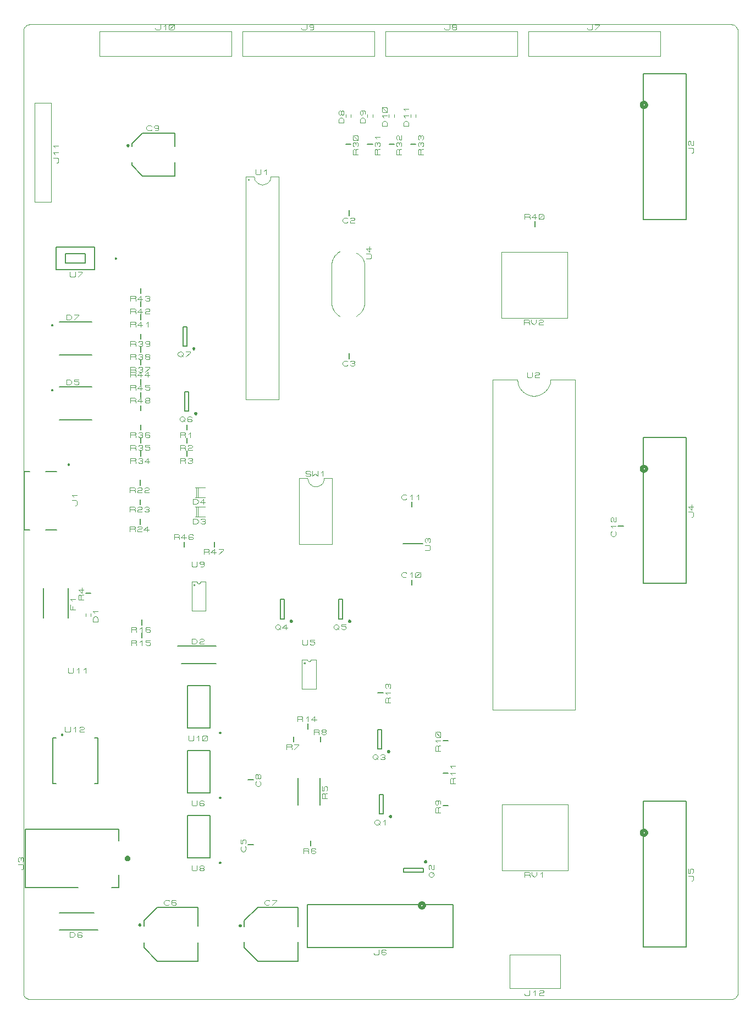
<source format=gbr>
G04 PROTEUS GERBER X2 FILE*
%TF.GenerationSoftware,Labcenter,Proteus,8.15-SP0-Build33980*%
%TF.CreationDate,2023-03-15T16:04:22+00:00*%
%TF.FileFunction,Legend,Top*%
%TF.FilePolarity,Positive*%
%TF.Part,Single*%
%TF.SameCoordinates,{4545a914-5e6f-4f91-a9de-dead5439e7db}*%
%FSLAX45Y45*%
%MOMM*%
G01*
%TA.AperFunction,Material*%
%ADD50C,0.127000*%
%ADD51C,0.200000*%
%ADD52C,0.101600*%
%TA.AperFunction,Profile*%
%ADD47C,0.101600*%
%TA.AperFunction,Material*%
%ADD53C,0.508000*%
%ADD54C,0.152400*%
%ADD55C,0.400000*%
%ADD56C,0.250000*%
%TD.AperFunction*%
D50*
X-5486000Y+1117000D02*
X-5400000Y+1117000D01*
X-5486000Y+223000D02*
X-5400000Y+223000D01*
X-5486000Y+1117000D02*
X-5486000Y+223000D01*
X-4991008Y+1117000D02*
X-5155000Y+1117000D01*
X-4991008Y+223000D02*
X-5155000Y+223000D01*
D51*
X-4789500Y+1227500D02*
X-4789536Y+1228373D01*
X-4789832Y+1230120D01*
X-4790451Y+1231867D01*
X-4791464Y+1233614D01*
X-4793012Y+1235337D01*
X-4794759Y+1236598D01*
X-4796506Y+1237402D01*
X-4798253Y+1237854D01*
X-4800000Y+1238000D01*
X-4810500Y+1227500D02*
X-4810464Y+1228373D01*
X-4810168Y+1230120D01*
X-4809549Y+1231867D01*
X-4808536Y+1233614D01*
X-4806988Y+1235337D01*
X-4805241Y+1236598D01*
X-4803494Y+1237402D01*
X-4801747Y+1237854D01*
X-4800000Y+1238000D01*
X-4810500Y+1227500D02*
X-4810464Y+1226627D01*
X-4810168Y+1224880D01*
X-4809549Y+1223133D01*
X-4808536Y+1221386D01*
X-4806988Y+1219663D01*
X-4805241Y+1218402D01*
X-4803494Y+1217598D01*
X-4801747Y+1217146D01*
X-4800000Y+1217000D01*
X-4789500Y+1227500D02*
X-4789536Y+1226627D01*
X-4789832Y+1224880D01*
X-4790451Y+1223133D01*
X-4791464Y+1221386D01*
X-4793012Y+1219663D01*
X-4794759Y+1218402D01*
X-4796506Y+1217598D01*
X-4798253Y+1217146D01*
X-4800000Y+1217000D01*
D52*
X-4703300Y+597324D02*
X-4690600Y+597324D01*
X-4677900Y+610659D01*
X-4677900Y+663999D01*
X-4690600Y+677334D01*
X-4754100Y+677334D01*
X-4728700Y+730674D02*
X-4754100Y+757344D01*
X-4677900Y+757344D01*
X+2273000Y+7509500D02*
X+4305000Y+7509500D01*
X+4305000Y+7890500D01*
X+2273000Y+7890500D01*
X+2273000Y+7509500D01*
X+3182320Y+7946380D02*
X+3182320Y+7933680D01*
X+3195655Y+7920980D01*
X+3248995Y+7920980D01*
X+3262330Y+7933680D01*
X+3262330Y+7997180D01*
X+3302335Y+7997180D02*
X+3369010Y+7997180D01*
X+3369010Y+7984480D01*
X+3302335Y+7920980D01*
X+73000Y+7509500D02*
X+2105000Y+7509500D01*
X+2105000Y+7890500D01*
X+73000Y+7890500D01*
X+73000Y+7509500D01*
X+982320Y+7946380D02*
X+982320Y+7933680D01*
X+995655Y+7920980D01*
X+1048995Y+7920980D01*
X+1062330Y+7933680D01*
X+1062330Y+7997180D01*
X+1115670Y+7959080D02*
X+1102335Y+7971780D01*
X+1102335Y+7984480D01*
X+1115670Y+7997180D01*
X+1155675Y+7997180D01*
X+1169010Y+7984480D01*
X+1169010Y+7971780D01*
X+1155675Y+7959080D01*
X+1115670Y+7959080D01*
X+1102335Y+7946380D01*
X+1102335Y+7933680D01*
X+1115670Y+7920980D01*
X+1155675Y+7920980D01*
X+1169010Y+7933680D01*
X+1169010Y+7946380D01*
X+1155675Y+7959080D01*
X-2127000Y+7509500D02*
X-95000Y+7509500D01*
X-95000Y+7890500D01*
X-2127000Y+7890500D01*
X-2127000Y+7509500D01*
X-1217680Y+7946380D02*
X-1217680Y+7933680D01*
X-1204345Y+7920980D01*
X-1151005Y+7920980D01*
X-1137670Y+7933680D01*
X-1137670Y+7997180D01*
X-1030990Y+7971780D02*
X-1044325Y+7959080D01*
X-1084330Y+7959080D01*
X-1097665Y+7971780D01*
X-1097665Y+7984480D01*
X-1084330Y+7997180D01*
X-1044325Y+7997180D01*
X-1030990Y+7984480D01*
X-1030990Y+7933680D01*
X-1044325Y+7920980D01*
X-1084330Y+7920980D01*
X-4327000Y+7509500D02*
X-2295000Y+7509500D01*
X-2295000Y+7890500D01*
X-4327000Y+7890500D01*
X-4327000Y+7509500D01*
X-3471020Y+7946380D02*
X-3471020Y+7933680D01*
X-3457685Y+7920980D01*
X-3404345Y+7920980D01*
X-3391010Y+7933680D01*
X-3391010Y+7997180D01*
X-3337670Y+7971780D02*
X-3311000Y+7997180D01*
X-3311000Y+7920980D01*
X-3257660Y+7933680D02*
X-3257660Y+7984480D01*
X-3244325Y+7997180D01*
X-3190985Y+7997180D01*
X-3177650Y+7984480D01*
X-3177650Y+7933680D01*
X-3190985Y+7920980D01*
X-3244325Y+7920980D01*
X-3257660Y+7933680D01*
X-3257660Y+7920980D02*
X-3177650Y+7997180D01*
D47*
X+5500000Y-6900000D02*
X+5498010Y-6920447D01*
X+5492285Y-6939355D01*
X+5471094Y-6971094D01*
X+5439356Y-6992285D01*
X+5420447Y-6998010D01*
X+5400000Y-7000000D01*
X-5500000Y-6900000D02*
X-5498010Y-6920447D01*
X-5492285Y-6939355D01*
X-5471094Y-6971094D01*
X-5439356Y-6992285D01*
X-5420447Y-6998010D01*
X-5400000Y-7000000D01*
X+5400000Y+8000000D02*
X+5420447Y+7998010D01*
X+5439356Y+7992285D01*
X+5471094Y+7971094D01*
X+5492285Y+7939355D01*
X+5498010Y+7920447D01*
X+5500000Y+7900000D01*
X-5400000Y+8000000D02*
X-5420447Y+7998010D01*
X-5439356Y+7992285D01*
X-5471094Y+7971094D01*
X-5492285Y+7939355D01*
X-5498010Y+7920447D01*
X-5500000Y+7900000D01*
X-5400000Y+8000000D02*
X+5400000Y+8000000D01*
X+5500000Y+7900000D02*
X+5500000Y-6900000D01*
X+5400000Y-7000000D02*
X-5400000Y-7000000D01*
X-5500000Y-6900000D02*
X-5500000Y+7900000D01*
D53*
X+4093600Y+6762000D02*
X+4093469Y+6765158D01*
X+4092403Y+6771476D01*
X+4090172Y+6777794D01*
X+4086527Y+6784112D01*
X+4080952Y+6790351D01*
X+4074634Y+6794947D01*
X+4068316Y+6797880D01*
X+4061998Y+6799542D01*
X+4055680Y+6800100D01*
X+4055500Y+6800100D01*
X+4017400Y+6762000D02*
X+4017531Y+6765158D01*
X+4018597Y+6771476D01*
X+4020828Y+6777794D01*
X+4024473Y+6784112D01*
X+4030048Y+6790351D01*
X+4036366Y+6794947D01*
X+4042684Y+6797880D01*
X+4049002Y+6799542D01*
X+4055320Y+6800100D01*
X+4055500Y+6800100D01*
X+4017400Y+6762000D02*
X+4017531Y+6758842D01*
X+4018597Y+6752524D01*
X+4020828Y+6746206D01*
X+4024473Y+6739888D01*
X+4030048Y+6733649D01*
X+4036366Y+6729053D01*
X+4042684Y+6726120D01*
X+4049002Y+6724458D01*
X+4055320Y+6723900D01*
X+4055500Y+6723900D01*
X+4093600Y+6762000D02*
X+4093469Y+6758842D01*
X+4092403Y+6752524D01*
X+4090172Y+6746206D01*
X+4086527Y+6739888D01*
X+4080952Y+6733649D01*
X+4074634Y+6729053D01*
X+4068316Y+6726120D01*
X+4061998Y+6724458D01*
X+4055680Y+6723900D01*
X+4055500Y+6723900D01*
D54*
X+4042800Y+7244600D02*
X+4042800Y+5001400D01*
X+4703200Y+5001400D01*
X+4703200Y+7244600D01*
X+4042800Y+7244600D01*
D52*
X+4787020Y+6021320D02*
X+4799720Y+6021320D01*
X+4812420Y+6034655D01*
X+4812420Y+6087995D01*
X+4799720Y+6101330D01*
X+4736220Y+6101330D01*
X+4748920Y+6141335D02*
X+4736220Y+6154670D01*
X+4736220Y+6194675D01*
X+4748920Y+6208010D01*
X+4761620Y+6208010D01*
X+4774320Y+6194675D01*
X+4774320Y+6154670D01*
X+4787020Y+6141335D01*
X+4812420Y+6141335D01*
X+4812420Y+6208010D01*
D50*
X-5470000Y-5280000D02*
X-5470000Y-4380000D01*
X-4030000Y-4380000D01*
X-4030000Y-5280000D02*
X-4145000Y-5280000D01*
X-4030000Y-4380000D02*
X-4030000Y-4565000D01*
X-4654990Y-5280000D02*
X-5470000Y-5280000D01*
X-4030000Y-5085000D02*
X-4030000Y-5280000D01*
D55*
X-3880000Y-4830000D02*
X-3880069Y-4828339D01*
X-3880631Y-4825015D01*
X-3881808Y-4821691D01*
X-3883731Y-4818367D01*
X-3886673Y-4815087D01*
X-3889997Y-4812681D01*
X-3893321Y-4811148D01*
X-3896645Y-4810283D01*
X-3899969Y-4810000D01*
X-3900000Y-4810000D01*
X-3920000Y-4830000D02*
X-3919931Y-4828339D01*
X-3919369Y-4825015D01*
X-3918192Y-4821691D01*
X-3916269Y-4818367D01*
X-3913327Y-4815087D01*
X-3910003Y-4812681D01*
X-3906679Y-4811148D01*
X-3903355Y-4810283D01*
X-3900031Y-4810000D01*
X-3900000Y-4810000D01*
X-3920000Y-4830000D02*
X-3919931Y-4831661D01*
X-3919369Y-4834985D01*
X-3918192Y-4838309D01*
X-3916269Y-4841633D01*
X-3913327Y-4844913D01*
X-3910003Y-4847319D01*
X-3906679Y-4848852D01*
X-3903355Y-4849717D01*
X-3900031Y-4850000D01*
X-3900000Y-4850000D01*
X-3880000Y-4830000D02*
X-3880069Y-4831661D01*
X-3880631Y-4834985D01*
X-3881808Y-4838309D01*
X-3883731Y-4841633D01*
X-3886673Y-4844913D01*
X-3889997Y-4847319D01*
X-3893321Y-4848852D01*
X-3896645Y-4849717D01*
X-3899969Y-4850000D01*
X-3900000Y-4850000D01*
D52*
X-5527150Y-5004180D02*
X-5514450Y-5004180D01*
X-5501750Y-4990845D01*
X-5501750Y-4937505D01*
X-5514450Y-4924170D01*
X-5577950Y-4924170D01*
X-5565250Y-4884165D02*
X-5577950Y-4870830D01*
X-5577950Y-4830825D01*
X-5565250Y-4817490D01*
X-5552550Y-4817490D01*
X-5539850Y-4830825D01*
X-5527150Y-4817490D01*
X-5514450Y-4817490D01*
X-5501750Y-4830825D01*
X-5501750Y-4870830D01*
X-5514450Y-4884165D01*
X-5539850Y-4857495D02*
X-5539850Y-4830825D01*
D53*
X+4093600Y+1162000D02*
X+4093469Y+1165158D01*
X+4092403Y+1171476D01*
X+4090172Y+1177794D01*
X+4086527Y+1184112D01*
X+4080952Y+1190351D01*
X+4074634Y+1194947D01*
X+4068316Y+1197880D01*
X+4061998Y+1199542D01*
X+4055680Y+1200100D01*
X+4055500Y+1200100D01*
X+4017400Y+1162000D02*
X+4017531Y+1165158D01*
X+4018597Y+1171476D01*
X+4020828Y+1177794D01*
X+4024473Y+1184112D01*
X+4030048Y+1190351D01*
X+4036366Y+1194947D01*
X+4042684Y+1197880D01*
X+4049002Y+1199542D01*
X+4055320Y+1200100D01*
X+4055500Y+1200100D01*
X+4017400Y+1162000D02*
X+4017531Y+1158842D01*
X+4018597Y+1152524D01*
X+4020828Y+1146206D01*
X+4024473Y+1139888D01*
X+4030048Y+1133649D01*
X+4036366Y+1129053D01*
X+4042684Y+1126120D01*
X+4049002Y+1124458D01*
X+4055320Y+1123900D01*
X+4055500Y+1123900D01*
X+4093600Y+1162000D02*
X+4093469Y+1158842D01*
X+4092403Y+1152524D01*
X+4090172Y+1146206D01*
X+4086527Y+1139888D01*
X+4080952Y+1133649D01*
X+4074634Y+1129053D01*
X+4068316Y+1126120D01*
X+4061998Y+1124458D01*
X+4055680Y+1123900D01*
X+4055500Y+1123900D01*
D54*
X+4042800Y+1644600D02*
X+4042800Y-598600D01*
X+4703200Y-598600D01*
X+4703200Y+1644600D01*
X+4042800Y+1644600D01*
D52*
X+4787020Y+421320D02*
X+4799720Y+421320D01*
X+4812420Y+434655D01*
X+4812420Y+487995D01*
X+4799720Y+501330D01*
X+4736220Y+501330D01*
X+4787020Y+608010D02*
X+4787020Y+528000D01*
X+4736220Y+581340D01*
X+4812420Y+581340D01*
D53*
X+4093600Y-4438000D02*
X+4093469Y-4434842D01*
X+4092403Y-4428524D01*
X+4090172Y-4422206D01*
X+4086527Y-4415888D01*
X+4080952Y-4409649D01*
X+4074634Y-4405053D01*
X+4068316Y-4402120D01*
X+4061998Y-4400458D01*
X+4055680Y-4399900D01*
X+4055500Y-4399900D01*
X+4017400Y-4438000D02*
X+4017531Y-4434842D01*
X+4018597Y-4428524D01*
X+4020828Y-4422206D01*
X+4024473Y-4415888D01*
X+4030048Y-4409649D01*
X+4036366Y-4405053D01*
X+4042684Y-4402120D01*
X+4049002Y-4400458D01*
X+4055320Y-4399900D01*
X+4055500Y-4399900D01*
X+4017400Y-4438000D02*
X+4017531Y-4441158D01*
X+4018597Y-4447476D01*
X+4020828Y-4453794D01*
X+4024473Y-4460112D01*
X+4030048Y-4466351D01*
X+4036366Y-4470947D01*
X+4042684Y-4473880D01*
X+4049002Y-4475542D01*
X+4055320Y-4476100D01*
X+4055500Y-4476100D01*
X+4093600Y-4438000D02*
X+4093469Y-4441158D01*
X+4092403Y-4447476D01*
X+4090172Y-4453794D01*
X+4086527Y-4460112D01*
X+4080952Y-4466351D01*
X+4074634Y-4470947D01*
X+4068316Y-4473880D01*
X+4061998Y-4475542D01*
X+4055680Y-4476100D01*
X+4055500Y-4476100D01*
D54*
X+4042800Y-3955400D02*
X+4042800Y-6198600D01*
X+4703200Y-6198600D01*
X+4703200Y-3955400D01*
X+4042800Y-3955400D01*
D52*
X+4787020Y-5178680D02*
X+4799720Y-5178680D01*
X+4812420Y-5165345D01*
X+4812420Y-5112005D01*
X+4799720Y-5098670D01*
X+4736220Y-5098670D01*
X+4736220Y-4991990D02*
X+4736220Y-5058665D01*
X+4761620Y-5058665D01*
X+4761620Y-5005325D01*
X+4774320Y-4991990D01*
X+4799720Y-4991990D01*
X+4812420Y-5005325D01*
X+4812420Y-5045330D01*
X+4799720Y-5058665D01*
D53*
X+675100Y-5555500D02*
X+674969Y-5552342D01*
X+673903Y-5546024D01*
X+671672Y-5539706D01*
X+668027Y-5533388D01*
X+662452Y-5527149D01*
X+656134Y-5522553D01*
X+649816Y-5519620D01*
X+643498Y-5517958D01*
X+637180Y-5517400D01*
X+637000Y-5517400D01*
X+598900Y-5555500D02*
X+599031Y-5552342D01*
X+600097Y-5546024D01*
X+602328Y-5539706D01*
X+605973Y-5533388D01*
X+611548Y-5527149D01*
X+617866Y-5522553D01*
X+624184Y-5519620D01*
X+630502Y-5517958D01*
X+636820Y-5517400D01*
X+637000Y-5517400D01*
X+598900Y-5555500D02*
X+599031Y-5558658D01*
X+600097Y-5564976D01*
X+602328Y-5571294D01*
X+605973Y-5577612D01*
X+611548Y-5583851D01*
X+617866Y-5588447D01*
X+624184Y-5591380D01*
X+630502Y-5593042D01*
X+636820Y-5593600D01*
X+637000Y-5593600D01*
X+675100Y-5555500D02*
X+674969Y-5558658D01*
X+673903Y-5564976D01*
X+671672Y-5571294D01*
X+668027Y-5577612D01*
X+662452Y-5583851D01*
X+656134Y-5588447D01*
X+649816Y-5591380D01*
X+643498Y-5593042D01*
X+637180Y-5593600D01*
X+637000Y-5593600D01*
D54*
X+1119600Y-5542800D02*
X-1123600Y-5542800D01*
X-1123600Y-6203200D01*
X+1119600Y-6203200D01*
X+1119600Y-5542800D01*
D52*
X-103680Y-6287020D02*
X-103680Y-6299720D01*
X-90345Y-6312420D01*
X-37005Y-6312420D01*
X-23670Y-6299720D01*
X-23670Y-6236220D01*
X+83010Y-6248920D02*
X+69675Y-6236220D01*
X+29670Y-6236220D01*
X+16335Y-6248920D01*
X+16335Y-6299720D01*
X+29670Y-6312420D01*
X+69675Y-6312420D01*
X+83010Y-6299720D01*
X+83010Y-6287020D01*
X+69675Y-6274320D01*
X+16335Y-6274320D01*
D51*
X-5045000Y+3375000D02*
X-5045035Y+3375831D01*
X-5045316Y+3377495D01*
X-5045906Y+3379159D01*
X-5046870Y+3380823D01*
X-5048345Y+3382464D01*
X-5050009Y+3383665D01*
X-5051673Y+3384430D01*
X-5053337Y+3384860D01*
X-5054999Y+3384999D01*
X-5064998Y+3375000D02*
X-5064963Y+3375831D01*
X-5064682Y+3377495D01*
X-5064092Y+3379159D01*
X-5063128Y+3380823D01*
X-5061653Y+3382464D01*
X-5059989Y+3383665D01*
X-5058325Y+3384430D01*
X-5056661Y+3384860D01*
X-5054999Y+3384999D01*
X-5064998Y+3375000D02*
X-5064963Y+3374169D01*
X-5064682Y+3372505D01*
X-5064092Y+3370841D01*
X-5063128Y+3369177D01*
X-5061653Y+3367536D01*
X-5059989Y+3366335D01*
X-5058325Y+3365570D01*
X-5056661Y+3365140D01*
X-5054999Y+3365001D01*
X-5045000Y+3375000D02*
X-5045035Y+3374169D01*
X-5045316Y+3372505D01*
X-5045906Y+3370841D01*
X-5046870Y+3369177D01*
X-5048345Y+3367536D01*
X-5050009Y+3366335D01*
X-5051673Y+3365570D01*
X-5053337Y+3365140D01*
X-5054999Y+3365001D01*
D50*
X-4950000Y+3427000D02*
X-4450000Y+3427000D01*
X-4450000Y+2913000D02*
X-4950000Y+2913000D01*
D52*
X-4835429Y+3458750D02*
X-4835429Y+3534950D01*
X-4782089Y+3534950D01*
X-4755419Y+3509550D01*
X-4755419Y+3484150D01*
X-4782089Y+3458750D01*
X-4835429Y+3458750D01*
X-4715414Y+3534950D02*
X-4648739Y+3534950D01*
X-4648739Y+3522250D01*
X-4715414Y+3458750D01*
D51*
X-5045000Y+2375000D02*
X-5045035Y+2375831D01*
X-5045316Y+2377495D01*
X-5045906Y+2379159D01*
X-5046870Y+2380823D01*
X-5048345Y+2382464D01*
X-5050009Y+2383665D01*
X-5051673Y+2384430D01*
X-5053337Y+2384860D01*
X-5054999Y+2384999D01*
X-5064998Y+2375000D02*
X-5064963Y+2375831D01*
X-5064682Y+2377495D01*
X-5064092Y+2379159D01*
X-5063128Y+2380823D01*
X-5061653Y+2382464D01*
X-5059989Y+2383665D01*
X-5058325Y+2384430D01*
X-5056661Y+2384860D01*
X-5054999Y+2384999D01*
X-5064998Y+2375000D02*
X-5064963Y+2374169D01*
X-5064682Y+2372505D01*
X-5064092Y+2370841D01*
X-5063128Y+2369177D01*
X-5061653Y+2367536D01*
X-5059989Y+2366335D01*
X-5058325Y+2365570D01*
X-5056661Y+2365140D01*
X-5054999Y+2365001D01*
X-5045000Y+2375000D02*
X-5045035Y+2374169D01*
X-5045316Y+2372505D01*
X-5045906Y+2370841D01*
X-5046870Y+2369177D01*
X-5048345Y+2367536D01*
X-5050009Y+2366335D01*
X-5051673Y+2365570D01*
X-5053337Y+2365140D01*
X-5054999Y+2365001D01*
D50*
X-4950000Y+2427000D02*
X-4450000Y+2427000D01*
X-4450000Y+1913000D02*
X-4950000Y+1913000D01*
D52*
X-4835429Y+2458750D02*
X-4835429Y+2534950D01*
X-4782089Y+2534950D01*
X-4755419Y+2509550D01*
X-4755419Y+2484150D01*
X-4782089Y+2458750D01*
X-4835429Y+2458750D01*
X-4648739Y+2534950D02*
X-4715414Y+2534950D01*
X-4715414Y+2509550D01*
X-4662074Y+2509550D01*
X-4648739Y+2496850D01*
X-4648739Y+2471450D01*
X-4662074Y+2458750D01*
X-4702079Y+2458750D01*
X-4715414Y+2471450D01*
X-4810020Y-1903400D02*
X-4810020Y-1966900D01*
X-4796685Y-1979600D01*
X-4743345Y-1979600D01*
X-4730010Y-1966900D01*
X-4730010Y-1903400D01*
X-4676670Y-1928800D02*
X-4650000Y-1903400D01*
X-4650000Y-1979600D01*
X-4569990Y-1928800D02*
X-4543320Y-1903400D01*
X-4543320Y-1979600D01*
D50*
X-4349988Y-2979988D02*
X-4349988Y-3680012D01*
X-5050012Y-3680012D02*
X-5050012Y-2979988D01*
D51*
X-4894000Y-2930000D02*
X-4894035Y-2929169D01*
X-4894316Y-2927505D01*
X-4894906Y-2925841D01*
X-4895870Y-2924177D01*
X-4897345Y-2922536D01*
X-4899009Y-2921335D01*
X-4900673Y-2920570D01*
X-4902337Y-2920139D01*
X-4904000Y-2920000D01*
X-4914000Y-2930000D02*
X-4913965Y-2929169D01*
X-4913684Y-2927505D01*
X-4913094Y-2925841D01*
X-4912130Y-2924177D01*
X-4910655Y-2922536D01*
X-4908991Y-2921335D01*
X-4907327Y-2920570D01*
X-4905663Y-2920139D01*
X-4904000Y-2920000D01*
X-4914000Y-2930000D02*
X-4913965Y-2930831D01*
X-4913684Y-2932495D01*
X-4913094Y-2934159D01*
X-4912130Y-2935823D01*
X-4910655Y-2937464D01*
X-4908991Y-2938665D01*
X-4907327Y-2939430D01*
X-4905663Y-2939861D01*
X-4904000Y-2940000D01*
X-4894000Y-2930000D02*
X-4894035Y-2930831D01*
X-4894316Y-2932495D01*
X-4894906Y-2934159D01*
X-4895870Y-2935823D01*
X-4897345Y-2937464D01*
X-4899009Y-2938665D01*
X-4900673Y-2939430D01*
X-4902337Y-2939861D01*
X-4904000Y-2940000D01*
D50*
X-5050012Y-2979988D02*
X-5000000Y-2979988D01*
X-4400000Y-2979988D02*
X-4349988Y-2979988D01*
X-5050012Y-3680012D02*
X-5000000Y-3680012D01*
X-4400000Y-3680012D02*
X-4349988Y-3680012D01*
D52*
X-4860020Y-2808400D02*
X-4860020Y-2871900D01*
X-4846685Y-2884600D01*
X-4793345Y-2884600D01*
X-4780010Y-2871900D01*
X-4780010Y-2808400D01*
X-4726670Y-2833800D02*
X-4700000Y-2808400D01*
X-4700000Y-2884600D01*
X-4633325Y-2821100D02*
X-4619990Y-2808400D01*
X-4579985Y-2808400D01*
X-4566650Y-2821100D01*
X-4566650Y-2833800D01*
X-4579985Y-2846500D01*
X-4619990Y-2846500D01*
X-4633325Y-2859200D01*
X-4633325Y-2884600D01*
X-4566650Y-2884600D01*
X-5327000Y+5265000D02*
X-5073000Y+5265000D01*
X-5073000Y+6789000D01*
X-5327000Y+6789000D01*
X-5327000Y+5265000D01*
X-4991720Y+5866980D02*
X-4979020Y+5866980D01*
X-4966320Y+5880315D01*
X-4966320Y+5933655D01*
X-4979020Y+5946990D01*
X-5042520Y+5946990D01*
X-5017120Y+6000330D02*
X-5042520Y+6027000D01*
X-4966320Y+6027000D01*
X-5017120Y+6107010D02*
X-5042520Y+6133680D01*
X-4966320Y+6133680D01*
X+1986000Y-6830000D02*
X+2766000Y-6830000D01*
X+2766000Y-6310000D01*
X+1986000Y-6310000D01*
X+1986000Y-6830000D01*
X+2215980Y-6911280D02*
X+2215980Y-6923980D01*
X+2229315Y-6936680D01*
X+2282655Y-6936680D01*
X+2295990Y-6923980D01*
X+2295990Y-6860480D01*
X+2349330Y-6885880D02*
X+2376000Y-6860480D01*
X+2376000Y-6936680D01*
X+2442675Y-6873180D02*
X+2456010Y-6860480D01*
X+2496015Y-6860480D01*
X+2509350Y-6873180D01*
X+2509350Y-6885880D01*
X+2496015Y-6898580D01*
X+2456010Y-6898580D01*
X+2442675Y-6911280D01*
X+2442675Y-6936680D01*
X+2509350Y-6936680D01*
X+2362000Y+2284000D02*
X+2413752Y+2289080D01*
X+2461695Y+2303685D01*
X+2504875Y+2326862D01*
X+2542340Y+2357660D01*
X+2573138Y+2395125D01*
X+2596315Y+2438305D01*
X+2610920Y+2486248D01*
X+2616000Y+2538000D01*
X+2362000Y+2284000D02*
X+2309518Y+2289080D01*
X+2261234Y+2303685D01*
X+2218009Y+2326862D01*
X+2180708Y+2357660D01*
X+2150193Y+2395125D01*
X+2127328Y+2438305D01*
X+2112976Y+2486248D01*
X+2108000Y+2538000D01*
X+2616000Y+2538000D02*
X+2997000Y+2538000D01*
X+2997000Y-2542000D02*
X+1727000Y-2542000D01*
X+1727000Y+2538000D02*
X+2108000Y+2538000D01*
X+2997000Y+2538000D02*
X+2997000Y-2542000D01*
X+1727000Y+2538000D02*
X+1727000Y-2542000D01*
X+2255320Y+2644680D02*
X+2255320Y+2581180D01*
X+2268655Y+2568480D01*
X+2321995Y+2568480D01*
X+2335330Y+2581180D01*
X+2335330Y+2644680D01*
X+2375335Y+2631980D02*
X+2388670Y+2644680D01*
X+2428675Y+2644680D01*
X+2442010Y+2631980D01*
X+2442010Y+2619280D01*
X+2428675Y+2606580D01*
X+2388670Y+2606580D01*
X+2375335Y+2593880D01*
X+2375335Y+2568480D01*
X+2442010Y+2568480D01*
X-2073000Y+5661500D02*
X-2073000Y+2232500D01*
X-1565000Y+2232500D01*
X-1565000Y+5661500D01*
X-2073000Y+5661500D02*
X-1946000Y+5661500D01*
X-1565000Y+5661500D02*
X-1692000Y+5661500D01*
X-1946000Y+5661500D02*
X-1943473Y+5635532D01*
X-1936202Y+5611518D01*
X-1924652Y+5589923D01*
X-1909289Y+5571211D01*
X-1890577Y+5555847D01*
X-1868981Y+5544298D01*
X-1844967Y+5537027D01*
X-1819000Y+5534500D01*
X-1692000Y+5661500D02*
X-1694527Y+5635532D01*
X-1701798Y+5611518D01*
X-1713348Y+5589923D01*
X-1728711Y+5571211D01*
X-1747423Y+5555847D01*
X-1769018Y+5544298D01*
X-1793032Y+5537027D01*
X-1819000Y+5534500D01*
X-2025176Y+5610700D02*
X-2025201Y+5611297D01*
X-2025403Y+5612493D01*
X-2025827Y+5613689D01*
X-2026521Y+5614885D01*
X-2027581Y+5616064D01*
X-2028777Y+5616927D01*
X-2029973Y+5617476D01*
X-2031169Y+5617785D01*
X-2032360Y+5617884D01*
X-2039544Y+5610700D02*
X-2039519Y+5611297D01*
X-2039317Y+5612493D01*
X-2038893Y+5613689D01*
X-2038199Y+5614885D01*
X-2037139Y+5616064D01*
X-2035943Y+5616927D01*
X-2034747Y+5617476D01*
X-2033551Y+5617785D01*
X-2032360Y+5617884D01*
X-2039544Y+5610700D02*
X-2039519Y+5610103D01*
X-2039317Y+5608907D01*
X-2038893Y+5607711D01*
X-2038199Y+5606515D01*
X-2037139Y+5605336D01*
X-2035943Y+5604473D01*
X-2034747Y+5603924D01*
X-2033551Y+5603615D01*
X-2032360Y+5603516D01*
X-2025176Y+5610700D02*
X-2025201Y+5610103D01*
X-2025403Y+5608907D01*
X-2025827Y+5607711D01*
X-2026521Y+5606515D01*
X-2027581Y+5605336D01*
X-2028777Y+5604473D01*
X-2029973Y+5603924D01*
X-2031169Y+5603615D01*
X-2032360Y+5603516D01*
X-1925680Y+5768180D02*
X-1925680Y+5704680D01*
X-1912345Y+5691980D01*
X-1859005Y+5691980D01*
X-1845670Y+5704680D01*
X-1845670Y+5768180D01*
X-1792330Y+5742780D02*
X-1765660Y+5768180D01*
X-1765660Y+5691980D01*
X-537306Y+6571000D02*
X-537306Y+6616720D01*
X-456026Y+6571000D02*
X-456026Y+6616720D01*
X-567786Y+6487180D02*
X-643986Y+6487180D01*
X-643986Y+6540520D01*
X-618586Y+6567190D01*
X-593186Y+6567190D01*
X-567786Y+6540520D01*
X-567786Y+6487180D01*
X-605886Y+6620530D02*
X-618586Y+6607195D01*
X-631286Y+6607195D01*
X-643986Y+6620530D01*
X-643986Y+6660535D01*
X-631286Y+6673870D01*
X-618586Y+6673870D01*
X-605886Y+6660535D01*
X-605886Y+6620530D01*
X-593186Y+6607195D01*
X-580486Y+6607195D01*
X-567786Y+6620530D01*
X-567786Y+6660535D01*
X-580486Y+6673870D01*
X-593186Y+6673870D01*
X-605886Y+6660535D01*
X-203973Y+6571000D02*
X-203973Y+6616720D01*
X-122693Y+6571000D02*
X-122693Y+6616720D01*
X-234453Y+6487180D02*
X-310653Y+6487180D01*
X-310653Y+6540520D01*
X-285253Y+6567190D01*
X-259853Y+6567190D01*
X-234453Y+6540520D01*
X-234453Y+6487180D01*
X-285253Y+6673870D02*
X-272553Y+6660535D01*
X-272553Y+6620530D01*
X-285253Y+6607195D01*
X-297953Y+6607195D01*
X-310653Y+6620530D01*
X-310653Y+6660535D01*
X-297953Y+6673870D01*
X-247153Y+6673870D01*
X-234453Y+6660535D01*
X-234453Y+6620530D01*
X+129360Y+6571000D02*
X+129360Y+6616720D01*
X+210640Y+6571000D02*
X+210640Y+6616720D01*
X+98880Y+6433840D02*
X+22680Y+6433840D01*
X+22680Y+6487180D01*
X+48080Y+6513850D01*
X+73480Y+6513850D01*
X+98880Y+6487180D01*
X+98880Y+6433840D01*
X+48080Y+6567190D02*
X+22680Y+6593860D01*
X+98880Y+6593860D01*
X+86180Y+6647200D02*
X+35380Y+6647200D01*
X+22680Y+6660535D01*
X+22680Y+6713875D01*
X+35380Y+6727210D01*
X+86180Y+6727210D01*
X+98880Y+6713875D01*
X+98880Y+6660535D01*
X+86180Y+6647200D01*
X+98880Y+6647200D02*
X+22680Y+6727210D01*
X+462694Y+6571000D02*
X+462694Y+6616720D01*
X+543974Y+6571000D02*
X+543974Y+6616720D01*
X+432214Y+6433840D02*
X+356014Y+6433840D01*
X+356014Y+6487180D01*
X+381414Y+6513850D01*
X+406814Y+6513850D01*
X+432214Y+6487180D01*
X+432214Y+6433840D01*
X+381414Y+6567190D02*
X+356014Y+6593860D01*
X+432214Y+6593860D01*
X+381414Y+6673870D02*
X+356014Y+6700540D01*
X+432214Y+6700540D01*
X+2878000Y+4500500D02*
X+1862000Y+4500500D01*
X+2878000Y+3484500D02*
X+1862000Y+3484500D01*
X+1862000Y+4500500D01*
X+2878000Y+3484500D02*
X+2878000Y+4500500D01*
X+2209980Y+3377820D02*
X+2209980Y+3454020D01*
X+2276655Y+3454020D01*
X+2289990Y+3441320D01*
X+2289990Y+3428620D01*
X+2276655Y+3415920D01*
X+2209980Y+3415920D01*
X+2276655Y+3415920D02*
X+2289990Y+3403220D01*
X+2289990Y+3377820D01*
X+2316660Y+3454020D02*
X+2316660Y+3415920D01*
X+2356665Y+3377820D01*
X+2396670Y+3415920D01*
X+2396670Y+3454020D01*
X+2436675Y+3441320D02*
X+2450010Y+3454020D01*
X+2490015Y+3454020D01*
X+2503350Y+3441320D01*
X+2503350Y+3428620D01*
X+2490015Y+3415920D01*
X+2450010Y+3415920D01*
X+2436675Y+3403220D01*
X+2436675Y+3377820D01*
X+2503350Y+3377820D01*
D50*
X-4809000Y-1128000D02*
X-4809000Y-672000D01*
X-5191000Y-672000D02*
X-5191000Y-1128000D01*
D52*
X-4701050Y-1006680D02*
X-4777250Y-1006680D01*
X-4777250Y-926670D01*
X-4739150Y-1006680D02*
X-4739150Y-953340D01*
X-4751850Y-873330D02*
X-4777250Y-846660D01*
X-4701050Y-846660D01*
X-870000Y+1019000D02*
X-743000Y+1019000D01*
X-743000Y+3000D01*
X-1251000Y+3000D01*
X-1251000Y+1019000D01*
X-1124000Y+1019000D01*
X-997000Y+892000D02*
X-971124Y+894436D01*
X-947152Y+901485D01*
X-925562Y+912762D01*
X-906830Y+927878D01*
X-891431Y+946446D01*
X-879842Y+968081D01*
X-872540Y+992394D01*
X-870000Y+1019000D01*
X-997000Y+892000D02*
X-1023606Y+894436D01*
X-1047919Y+901485D01*
X-1069554Y+912762D01*
X-1088122Y+927878D01*
X-1103238Y+946446D01*
X-1114515Y+968081D01*
X-1121564Y+992394D01*
X-1124000Y+1019000D01*
X-1157020Y+1062180D02*
X-1143685Y+1049480D01*
X-1090345Y+1049480D01*
X-1077010Y+1062180D01*
X-1077010Y+1074880D01*
X-1090345Y+1087580D01*
X-1143685Y+1087580D01*
X-1157020Y+1100280D01*
X-1157020Y+1112980D01*
X-1143685Y+1125680D01*
X-1090345Y+1125680D01*
X-1077010Y+1112980D01*
X-1050340Y+1125680D02*
X-1050340Y+1049480D01*
X-1010335Y+1087580D01*
X-970330Y+1049480D01*
X-970330Y+1125680D01*
X-916990Y+1100280D02*
X-890320Y+1125680D01*
X-890320Y+1049480D01*
X-248540Y+4289180D02*
X-248540Y+3730380D01*
X-756540Y+4289180D02*
X-756540Y+3730380D01*
X-629540Y+4507620D02*
X-657604Y+4489691D01*
X-682602Y+4468488D01*
X-704326Y+4444309D01*
X-722568Y+4417450D01*
X-737118Y+4388210D01*
X-747769Y+4356887D01*
X-754313Y+4323778D01*
X-756540Y+4289180D01*
X-375540Y+4484760D02*
X-347476Y+4468855D01*
X-322478Y+4449914D01*
X-300754Y+4428235D01*
X-282512Y+4404115D01*
X-267962Y+4377852D01*
X-257311Y+4349743D01*
X-250767Y+4320087D01*
X-248540Y+4289180D01*
X-375540Y+3511940D02*
X-347476Y+3529869D01*
X-322478Y+3551072D01*
X-300754Y+3575251D01*
X-282512Y+3602110D01*
X-267962Y+3631350D01*
X-257311Y+3662673D01*
X-250767Y+3695782D01*
X-248540Y+3730380D01*
X-629540Y+3511940D02*
X-657604Y+3529869D01*
X-682602Y+3551072D01*
X-704326Y+3575251D01*
X-722568Y+3602110D01*
X-737118Y+3631350D01*
X-747769Y+3662673D01*
X-754313Y+3695782D01*
X-756540Y+3730380D01*
X-224600Y+4393320D02*
X-161100Y+4393320D01*
X-148400Y+4406655D01*
X-148400Y+4459995D01*
X-161100Y+4473330D01*
X-224600Y+4473330D01*
X-173800Y+4580010D02*
X-173800Y+4500000D01*
X-224600Y+4553340D01*
X-148400Y+4553340D01*
D50*
X-2624740Y-3825000D02*
X-2975260Y-3825000D01*
X-2975260Y-3175000D01*
X-2624740Y-3175000D01*
X-2624740Y-3825000D01*
D51*
X-2460000Y-3899000D02*
X-2460035Y-3898169D01*
X-2460316Y-3896505D01*
X-2460906Y-3894841D01*
X-2461870Y-3893177D01*
X-2463345Y-3891536D01*
X-2465009Y-3890335D01*
X-2466673Y-3889570D01*
X-2468337Y-3889139D01*
X-2470000Y-3889000D01*
X-2480000Y-3899000D02*
X-2479965Y-3898169D01*
X-2479684Y-3896505D01*
X-2479094Y-3894841D01*
X-2478130Y-3893177D01*
X-2476655Y-3891536D01*
X-2474991Y-3890335D01*
X-2473327Y-3889570D01*
X-2471663Y-3889139D01*
X-2470000Y-3889000D01*
X-2480000Y-3899000D02*
X-2479965Y-3899831D01*
X-2479684Y-3901495D01*
X-2479094Y-3903159D01*
X-2478130Y-3904823D01*
X-2476655Y-3906464D01*
X-2474991Y-3907665D01*
X-2473327Y-3908430D01*
X-2471663Y-3908861D01*
X-2470000Y-3909000D01*
X-2460000Y-3899000D02*
X-2460035Y-3899831D01*
X-2460316Y-3901495D01*
X-2460906Y-3903159D01*
X-2461870Y-3904823D01*
X-2463345Y-3906464D01*
X-2465009Y-3907665D01*
X-2466673Y-3908430D01*
X-2468337Y-3908861D01*
X-2470000Y-3909000D01*
D52*
X-2906680Y-3944400D02*
X-2906680Y-4007900D01*
X-2893345Y-4020600D01*
X-2840005Y-4020600D01*
X-2826670Y-4007900D01*
X-2826670Y-3944400D01*
X-2719990Y-3957100D02*
X-2733325Y-3944400D01*
X-2773330Y-3944400D01*
X-2786665Y-3957100D01*
X-2786665Y-4007900D01*
X-2773330Y-4020600D01*
X-2733325Y-4020600D01*
X-2719990Y-4007900D01*
X-2719990Y-3995200D01*
X-2733325Y-3982500D01*
X-2786665Y-3982500D01*
D50*
X-4400000Y+4224994D02*
X-4400000Y+4575006D01*
X-5000000Y+4575006D01*
X-5000000Y+4224994D01*
X-4400000Y+4224994D01*
X-4550000Y+4325000D02*
X-4550000Y+4475000D01*
X-4850000Y+4475000D01*
X-4850000Y+4325000D01*
X-4550000Y+4325000D01*
D51*
X-4065000Y+4400000D02*
X-4065035Y+4400831D01*
X-4065316Y+4402495D01*
X-4065906Y+4404159D01*
X-4066870Y+4405823D01*
X-4068345Y+4407464D01*
X-4070009Y+4408665D01*
X-4071673Y+4409430D01*
X-4073337Y+4409861D01*
X-4075000Y+4410000D01*
X-4085000Y+4400000D02*
X-4084965Y+4400831D01*
X-4084684Y+4402495D01*
X-4084094Y+4404159D01*
X-4083130Y+4405823D01*
X-4081655Y+4407464D01*
X-4079991Y+4408665D01*
X-4078327Y+4409430D01*
X-4076663Y+4409861D01*
X-4075000Y+4410000D01*
X-4085000Y+4400000D02*
X-4084965Y+4399169D01*
X-4084684Y+4397505D01*
X-4084094Y+4395841D01*
X-4083130Y+4394177D01*
X-4081655Y+4392536D01*
X-4079991Y+4391335D01*
X-4078327Y+4390570D01*
X-4076663Y+4390139D01*
X-4075000Y+4390000D01*
X-4065000Y+4400000D02*
X-4065035Y+4399169D01*
X-4065316Y+4397505D01*
X-4065906Y+4395841D01*
X-4066870Y+4394177D01*
X-4068345Y+4392536D01*
X-4070009Y+4391335D01*
X-4071673Y+4390570D01*
X-4073337Y+4390139D01*
X-4075000Y+4390000D01*
D52*
X-4781930Y+4193244D02*
X-4781930Y+4129744D01*
X-4768595Y+4117044D01*
X-4715255Y+4117044D01*
X-4701920Y+4129744D01*
X-4701920Y+4193244D01*
X-4661915Y+4193244D02*
X-4595240Y+4193244D01*
X-4595240Y+4180544D01*
X-4661915Y+4117044D01*
D50*
X-2624740Y-2825000D02*
X-2975260Y-2825000D01*
X-2975260Y-2175000D01*
X-2624740Y-2175000D01*
X-2624740Y-2825000D01*
D51*
X-2460000Y-2899000D02*
X-2460035Y-2898169D01*
X-2460316Y-2896505D01*
X-2460906Y-2894841D01*
X-2461870Y-2893177D01*
X-2463345Y-2891536D01*
X-2465009Y-2890335D01*
X-2466673Y-2889570D01*
X-2468337Y-2889139D01*
X-2470000Y-2889000D01*
X-2480000Y-2899000D02*
X-2479965Y-2898169D01*
X-2479684Y-2896505D01*
X-2479094Y-2894841D01*
X-2478130Y-2893177D01*
X-2476655Y-2891536D01*
X-2474991Y-2890335D01*
X-2473327Y-2889570D01*
X-2471663Y-2889139D01*
X-2470000Y-2889000D01*
X-2480000Y-2899000D02*
X-2479965Y-2899831D01*
X-2479684Y-2901495D01*
X-2479094Y-2903159D01*
X-2478130Y-2904823D01*
X-2476655Y-2906464D01*
X-2474991Y-2907665D01*
X-2473327Y-2908430D01*
X-2471663Y-2908861D01*
X-2470000Y-2909000D01*
X-2460000Y-2899000D02*
X-2460035Y-2899831D01*
X-2460316Y-2901495D01*
X-2460906Y-2903159D01*
X-2461870Y-2904823D01*
X-2463345Y-2906464D01*
X-2465009Y-2907665D01*
X-2466673Y-2908430D01*
X-2468337Y-2908861D01*
X-2470000Y-2909000D01*
D52*
X-2960020Y-2944400D02*
X-2960020Y-3007900D01*
X-2946685Y-3020600D01*
X-2893345Y-3020600D01*
X-2880010Y-3007900D01*
X-2880010Y-2944400D01*
X-2826670Y-2969800D02*
X-2800000Y-2944400D01*
X-2800000Y-3020600D01*
X-2746660Y-3007900D02*
X-2746660Y-2957100D01*
X-2733325Y-2944400D01*
X-2679985Y-2944400D01*
X-2666650Y-2957100D01*
X-2666650Y-3007900D01*
X-2679985Y-3020600D01*
X-2733325Y-3020600D01*
X-2746660Y-3007900D01*
X-2746660Y-3020600D02*
X-2666650Y-2944400D01*
D50*
X-2624740Y-4825000D02*
X-2975260Y-4825000D01*
X-2975260Y-4175000D01*
X-2624740Y-4175000D01*
X-2624740Y-4825000D01*
D51*
X-2460000Y-4899000D02*
X-2460035Y-4898169D01*
X-2460316Y-4896505D01*
X-2460906Y-4894841D01*
X-2461870Y-4893177D01*
X-2463345Y-4891536D01*
X-2465009Y-4890335D01*
X-2466673Y-4889570D01*
X-2468337Y-4889139D01*
X-2470000Y-4889000D01*
X-2480000Y-4899000D02*
X-2479965Y-4898169D01*
X-2479684Y-4896505D01*
X-2479094Y-4894841D01*
X-2478130Y-4893177D01*
X-2476655Y-4891536D01*
X-2474991Y-4890335D01*
X-2473327Y-4889570D01*
X-2471663Y-4889139D01*
X-2470000Y-4889000D01*
X-2480000Y-4899000D02*
X-2479965Y-4899831D01*
X-2479684Y-4901495D01*
X-2479094Y-4903159D01*
X-2478130Y-4904823D01*
X-2476655Y-4906464D01*
X-2474991Y-4907665D01*
X-2473327Y-4908430D01*
X-2471663Y-4908861D01*
X-2470000Y-4909000D01*
X-2460000Y-4899000D02*
X-2460035Y-4899831D01*
X-2460316Y-4901495D01*
X-2460906Y-4903159D01*
X-2461870Y-4904823D01*
X-2463345Y-4906464D01*
X-2465009Y-4907665D01*
X-2466673Y-4908430D01*
X-2468337Y-4908861D01*
X-2470000Y-4909000D01*
D52*
X-2906680Y-4944400D02*
X-2906680Y-5007900D01*
X-2893345Y-5020600D01*
X-2840005Y-5020600D01*
X-2826670Y-5007900D01*
X-2826670Y-4944400D01*
X-2773330Y-4982500D02*
X-2786665Y-4969800D01*
X-2786665Y-4957100D01*
X-2773330Y-4944400D01*
X-2733325Y-4944400D01*
X-2719990Y-4957100D01*
X-2719990Y-4969800D01*
X-2733325Y-4982500D01*
X-2773330Y-4982500D01*
X-2786665Y-4995200D01*
X-2786665Y-5007900D01*
X-2773330Y-5020600D01*
X-2733325Y-5020600D01*
X-2719990Y-5007900D01*
X-2719990Y-4995200D01*
X-2733325Y-4982500D01*
X-2907950Y-576480D02*
X-2826988Y-576480D01*
X-2824906Y-587101D01*
X-2819186Y-595667D01*
X-2810621Y-601386D01*
X-2800000Y-603468D01*
X-2773012Y-576480D02*
X-2775094Y-587101D01*
X-2780814Y-595667D01*
X-2789379Y-601386D01*
X-2800000Y-603468D01*
X-2773012Y-576480D02*
X-2692050Y-576480D01*
X-2831750Y-1023520D02*
X-2768250Y-1023520D01*
X-2907950Y-609500D02*
X-2907950Y-990500D01*
X-2692050Y-609500D02*
X-2692050Y-990500D01*
X-2907950Y-609500D02*
X-2907950Y-576480D01*
X-2692050Y-576480D02*
X-2692050Y-609500D01*
X-2768250Y-1023520D02*
X-2692050Y-1023520D01*
X-2692050Y-990500D01*
X-2907950Y-990500D02*
X-2907950Y-1023520D01*
X-2831750Y-1023520D01*
X-2862230Y-625756D02*
X-2862265Y-624911D01*
X-2862552Y-623220D01*
X-2863151Y-621529D01*
X-2864131Y-619838D01*
X-2865631Y-618170D01*
X-2867322Y-616950D01*
X-2869013Y-616174D01*
X-2870704Y-615737D01*
X-2872390Y-615596D01*
X-2882550Y-625756D02*
X-2882515Y-624911D01*
X-2882228Y-623220D01*
X-2881629Y-621529D01*
X-2880649Y-619838D01*
X-2879149Y-618170D01*
X-2877458Y-616950D01*
X-2875767Y-616174D01*
X-2874076Y-615737D01*
X-2872390Y-615596D01*
X-2882550Y-625756D02*
X-2882515Y-626601D01*
X-2882228Y-628292D01*
X-2881629Y-629983D01*
X-2880649Y-631674D01*
X-2879149Y-633342D01*
X-2877458Y-634562D01*
X-2875767Y-635338D01*
X-2874076Y-635775D01*
X-2872390Y-635916D01*
X-2862230Y-625756D02*
X-2862265Y-626601D01*
X-2862552Y-628292D01*
X-2863151Y-629983D01*
X-2864131Y-631674D01*
X-2865631Y-633342D01*
X-2867322Y-634562D01*
X-2869013Y-635338D01*
X-2870704Y-635775D01*
X-2872390Y-635916D01*
X-2906680Y-266600D02*
X-2906680Y-330100D01*
X-2893345Y-342800D01*
X-2840005Y-342800D01*
X-2826670Y-330100D01*
X-2826670Y-266600D01*
X-2719990Y-292000D02*
X-2733325Y-304700D01*
X-2773330Y-304700D01*
X-2786665Y-292000D01*
X-2786665Y-279300D01*
X-2773330Y-266600D01*
X-2733325Y-266600D01*
X-2719990Y-279300D01*
X-2719990Y-330100D01*
X-2733325Y-342800D01*
X-2773330Y-342800D01*
D51*
X-2535000Y-1566000D02*
X-3128000Y-1566000D01*
X-3065000Y-1834000D02*
X-2535000Y-1834000D01*
D52*
X-2906680Y-1530600D02*
X-2906680Y-1454400D01*
X-2853340Y-1454400D01*
X-2826670Y-1479800D01*
X-2826670Y-1505200D01*
X-2853340Y-1530600D01*
X-2906680Y-1530600D01*
X-2786665Y-1467100D02*
X-2773330Y-1454400D01*
X-2733325Y-1454400D01*
X-2719990Y-1467100D01*
X-2719990Y-1479800D01*
X-2733325Y-1492500D01*
X-2773330Y-1492500D01*
X-2786665Y-1505200D01*
X-2786665Y-1530600D01*
X-2719990Y-1530600D01*
D51*
X-4945000Y-5934000D02*
X-4352000Y-5934000D01*
X-4415000Y-5666000D02*
X-4945000Y-5666000D01*
D52*
X-4786680Y-6045600D02*
X-4786680Y-5969400D01*
X-4733340Y-5969400D01*
X-4706670Y-5994800D01*
X-4706670Y-6020200D01*
X-4733340Y-6045600D01*
X-4786680Y-6045600D01*
X-4599990Y-5982100D02*
X-4613325Y-5969400D01*
X-4653330Y-5969400D01*
X-4666665Y-5982100D01*
X-4666665Y-6032900D01*
X-4653330Y-6045600D01*
X-4613325Y-6045600D01*
X-4599990Y-6032900D01*
X-4599990Y-6020200D01*
X-4613325Y-6007500D01*
X-4666665Y-6007500D01*
X+2888000Y-3999500D02*
X+1872000Y-3999500D01*
X+2888000Y-5015500D02*
X+1872000Y-5015500D01*
X+1872000Y-3999500D01*
X+2888000Y-5015500D02*
X+2888000Y-3999500D01*
X+2219980Y-5122180D02*
X+2219980Y-5045980D01*
X+2286655Y-5045980D01*
X+2299990Y-5058680D01*
X+2299990Y-5071380D01*
X+2286655Y-5084080D01*
X+2219980Y-5084080D01*
X+2286655Y-5084080D02*
X+2299990Y-5096780D01*
X+2299990Y-5122180D01*
X+2326660Y-5045980D02*
X+2326660Y-5084080D01*
X+2366665Y-5122180D01*
X+2406670Y-5084080D01*
X+2406670Y-5045980D01*
X+2460010Y-5071380D02*
X+2486680Y-5045980D01*
X+2486680Y-5122180D01*
D51*
X+650000Y+15000D02*
X+350000Y+15000D01*
D52*
X+685400Y-91680D02*
X+748900Y-91680D01*
X+761600Y-78345D01*
X+761600Y-25005D01*
X+748900Y-11670D01*
X+685400Y-11670D01*
X+698100Y+28335D02*
X+685400Y+41670D01*
X+685400Y+81675D01*
X+698100Y+95010D01*
X+710800Y+95010D01*
X+723500Y+81675D01*
X+736200Y+95010D01*
X+748900Y+95010D01*
X+761600Y+81675D01*
X+761600Y+41670D01*
X+748900Y+28335D01*
X+723500Y+55005D02*
X+723500Y+81675D01*
X-1207950Y-1776480D02*
X-1126988Y-1776480D01*
X-1124906Y-1787101D01*
X-1119186Y-1795667D01*
X-1110621Y-1801386D01*
X-1100000Y-1803468D01*
X-1073012Y-1776480D02*
X-1075094Y-1787101D01*
X-1080814Y-1795667D01*
X-1089379Y-1801386D01*
X-1100000Y-1803468D01*
X-1073012Y-1776480D02*
X-992050Y-1776480D01*
X-1131750Y-2223520D02*
X-1068250Y-2223520D01*
X-1207950Y-1809500D02*
X-1207950Y-2190500D01*
X-992050Y-1809500D02*
X-992050Y-2190500D01*
X-1207950Y-1809500D02*
X-1207950Y-1776480D01*
X-992050Y-1776480D02*
X-992050Y-1809500D01*
X-1068250Y-2223520D02*
X-992050Y-2223520D01*
X-992050Y-2190500D01*
X-1207950Y-2190500D02*
X-1207950Y-2223520D01*
X-1131750Y-2223520D01*
X-1162230Y-1825756D02*
X-1162265Y-1824911D01*
X-1162552Y-1823220D01*
X-1163151Y-1821529D01*
X-1164131Y-1819838D01*
X-1165631Y-1818170D01*
X-1167322Y-1816950D01*
X-1169013Y-1816174D01*
X-1170704Y-1815737D01*
X-1172390Y-1815596D01*
X-1182550Y-1825756D02*
X-1182515Y-1824911D01*
X-1182228Y-1823220D01*
X-1181629Y-1821529D01*
X-1180649Y-1819838D01*
X-1179149Y-1818170D01*
X-1177458Y-1816950D01*
X-1175767Y-1816174D01*
X-1174076Y-1815737D01*
X-1172390Y-1815596D01*
X-1182550Y-1825756D02*
X-1182515Y-1826601D01*
X-1182228Y-1828292D01*
X-1181629Y-1829983D01*
X-1180649Y-1831674D01*
X-1179149Y-1833342D01*
X-1177458Y-1834562D01*
X-1175767Y-1835338D01*
X-1174076Y-1835775D01*
X-1172390Y-1835916D01*
X-1162230Y-1825756D02*
X-1162265Y-1826601D01*
X-1162552Y-1828292D01*
X-1163151Y-1829983D01*
X-1164131Y-1831674D01*
X-1165631Y-1833342D01*
X-1167322Y-1834562D01*
X-1169013Y-1835338D01*
X-1170704Y-1835775D01*
X-1172390Y-1835916D01*
X-1206680Y-1466600D02*
X-1206680Y-1530100D01*
X-1193345Y-1542800D01*
X-1140005Y-1542800D01*
X-1126670Y-1530100D01*
X-1126670Y-1466600D01*
X-1019990Y-1466600D02*
X-1086665Y-1466600D01*
X-1086665Y-1492000D01*
X-1033325Y-1492000D01*
X-1019990Y-1504700D01*
X-1019990Y-1530100D01*
X-1033325Y-1542800D01*
X-1073330Y-1542800D01*
X-1086665Y-1530100D01*
D51*
X-1270000Y-3600000D02*
X-1270000Y-4010000D01*
X-930000Y-3600000D02*
X-930000Y-4010000D01*
D52*
X-818400Y-3911680D02*
X-894600Y-3911680D01*
X-894600Y-3845005D01*
X-881900Y-3831670D01*
X-869200Y-3831670D01*
X-856500Y-3845005D01*
X-856500Y-3911680D01*
X-856500Y-3845005D02*
X-843800Y-3831670D01*
X-818400Y-3831670D01*
X-894600Y-3724990D02*
X-894600Y-3791665D01*
X-869200Y-3791665D01*
X-869200Y-3738325D01*
X-856500Y-3724990D01*
X-831100Y-3724990D01*
X-818400Y-3738325D01*
X-818400Y-3778330D01*
X-831100Y-3791665D01*
D51*
X-3690000Y+3460000D02*
X-3690000Y+3540000D01*
D52*
X-3850020Y+3348400D02*
X-3850020Y+3424600D01*
X-3783345Y+3424600D01*
X-3770010Y+3411900D01*
X-3770010Y+3399200D01*
X-3783345Y+3386500D01*
X-3850020Y+3386500D01*
X-3783345Y+3386500D02*
X-3770010Y+3373800D01*
X-3770010Y+3348400D01*
X-3663330Y+3373800D02*
X-3743340Y+3373800D01*
X-3690000Y+3424600D01*
X-3690000Y+3348400D01*
X-3609990Y+3399200D02*
X-3583320Y+3424600D01*
X-3583320Y+3348400D01*
D51*
X-3690000Y+3660000D02*
X-3690000Y+3740000D01*
D52*
X-3850020Y+3548400D02*
X-3850020Y+3624600D01*
X-3783345Y+3624600D01*
X-3770010Y+3611900D01*
X-3770010Y+3599200D01*
X-3783345Y+3586500D01*
X-3850020Y+3586500D01*
X-3783345Y+3586500D02*
X-3770010Y+3573800D01*
X-3770010Y+3548400D01*
X-3663330Y+3573800D02*
X-3743340Y+3573800D01*
X-3690000Y+3624600D01*
X-3690000Y+3548400D01*
X-3623325Y+3611900D02*
X-3609990Y+3624600D01*
X-3569985Y+3624600D01*
X-3556650Y+3611900D01*
X-3556650Y+3599200D01*
X-3569985Y+3586500D01*
X-3609990Y+3586500D01*
X-3623325Y+3573800D01*
X-3623325Y+3548400D01*
X-3556650Y+3548400D01*
D51*
X-3690000Y+3860000D02*
X-3690000Y+3940000D01*
D52*
X-3850020Y+3748400D02*
X-3850020Y+3824600D01*
X-3783345Y+3824600D01*
X-3770010Y+3811900D01*
X-3770010Y+3799200D01*
X-3783345Y+3786500D01*
X-3850020Y+3786500D01*
X-3783345Y+3786500D02*
X-3770010Y+3773800D01*
X-3770010Y+3748400D01*
X-3663330Y+3773800D02*
X-3743340Y+3773800D01*
X-3690000Y+3824600D01*
X-3690000Y+3748400D01*
X-3623325Y+3811900D02*
X-3609990Y+3824600D01*
X-3569985Y+3824600D01*
X-3556650Y+3811900D01*
X-3556650Y+3799200D01*
X-3569985Y+3786500D01*
X-3556650Y+3773800D01*
X-3556650Y+3761100D01*
X-3569985Y+3748400D01*
X-3609990Y+3748400D01*
X-3623325Y+3761100D01*
X-3596655Y+3786500D02*
X-3569985Y+3786500D01*
D51*
X-3690000Y+2760000D02*
X-3690000Y+2840000D01*
D52*
X-3850020Y+2648400D02*
X-3850020Y+2724600D01*
X-3783345Y+2724600D01*
X-3770010Y+2711900D01*
X-3770010Y+2699200D01*
X-3783345Y+2686500D01*
X-3850020Y+2686500D01*
X-3783345Y+2686500D02*
X-3770010Y+2673800D01*
X-3770010Y+2648400D01*
X-3730005Y+2711900D02*
X-3716670Y+2724600D01*
X-3676665Y+2724600D01*
X-3663330Y+2711900D01*
X-3663330Y+2699200D01*
X-3676665Y+2686500D01*
X-3663330Y+2673800D01*
X-3663330Y+2661100D01*
X-3676665Y+2648400D01*
X-3716670Y+2648400D01*
X-3730005Y+2661100D01*
X-3703335Y+2686500D02*
X-3676665Y+2686500D01*
X-3623325Y+2724600D02*
X-3556650Y+2724600D01*
X-3556650Y+2711900D01*
X-3623325Y+2648400D01*
D51*
X-3690000Y+2960000D02*
X-3690000Y+3040000D01*
D52*
X-3850020Y+2848400D02*
X-3850020Y+2924600D01*
X-3783345Y+2924600D01*
X-3770010Y+2911900D01*
X-3770010Y+2899200D01*
X-3783345Y+2886500D01*
X-3850020Y+2886500D01*
X-3783345Y+2886500D02*
X-3770010Y+2873800D01*
X-3770010Y+2848400D01*
X-3730005Y+2911900D02*
X-3716670Y+2924600D01*
X-3676665Y+2924600D01*
X-3663330Y+2911900D01*
X-3663330Y+2899200D01*
X-3676665Y+2886500D01*
X-3663330Y+2873800D01*
X-3663330Y+2861100D01*
X-3676665Y+2848400D01*
X-3716670Y+2848400D01*
X-3730005Y+2861100D01*
X-3703335Y+2886500D02*
X-3676665Y+2886500D01*
X-3609990Y+2886500D02*
X-3623325Y+2899200D01*
X-3623325Y+2911900D01*
X-3609990Y+2924600D01*
X-3569985Y+2924600D01*
X-3556650Y+2911900D01*
X-3556650Y+2899200D01*
X-3569985Y+2886500D01*
X-3609990Y+2886500D01*
X-3623325Y+2873800D01*
X-3623325Y+2861100D01*
X-3609990Y+2848400D01*
X-3569985Y+2848400D01*
X-3556650Y+2861100D01*
X-3556650Y+2873800D01*
X-3569985Y+2886500D01*
D51*
X-3690000Y+3160000D02*
X-3690000Y+3240000D01*
D52*
X-3850020Y+3048400D02*
X-3850020Y+3124600D01*
X-3783345Y+3124600D01*
X-3770010Y+3111900D01*
X-3770010Y+3099200D01*
X-3783345Y+3086500D01*
X-3850020Y+3086500D01*
X-3783345Y+3086500D02*
X-3770010Y+3073800D01*
X-3770010Y+3048400D01*
X-3730005Y+3111900D02*
X-3716670Y+3124600D01*
X-3676665Y+3124600D01*
X-3663330Y+3111900D01*
X-3663330Y+3099200D01*
X-3676665Y+3086500D01*
X-3663330Y+3073800D01*
X-3663330Y+3061100D01*
X-3676665Y+3048400D01*
X-3716670Y+3048400D01*
X-3730005Y+3061100D01*
X-3703335Y+3086500D02*
X-3676665Y+3086500D01*
X-3556650Y+3099200D02*
X-3569985Y+3086500D01*
X-3609990Y+3086500D01*
X-3623325Y+3099200D01*
X-3623325Y+3111900D01*
X-3609990Y+3124600D01*
X-3569985Y+3124600D01*
X-3556650Y+3111900D01*
X-3556650Y+3061100D01*
X-3569985Y+3048400D01*
X-3609990Y+3048400D01*
D51*
X-3690000Y+2540000D02*
X-3690000Y+2460000D01*
D52*
X-3850020Y+2575400D02*
X-3850020Y+2651600D01*
X-3783345Y+2651600D01*
X-3770010Y+2638900D01*
X-3770010Y+2626200D01*
X-3783345Y+2613500D01*
X-3850020Y+2613500D01*
X-3783345Y+2613500D02*
X-3770010Y+2600800D01*
X-3770010Y+2575400D01*
X-3663330Y+2600800D02*
X-3743340Y+2600800D01*
X-3690000Y+2651600D01*
X-3690000Y+2575400D01*
X-3556650Y+2600800D02*
X-3636660Y+2600800D01*
X-3583320Y+2651600D01*
X-3583320Y+2575400D01*
D51*
X-3690000Y+2340000D02*
X-3690000Y+2260000D01*
D52*
X-3850020Y+2375400D02*
X-3850020Y+2451600D01*
X-3783345Y+2451600D01*
X-3770010Y+2438900D01*
X-3770010Y+2426200D01*
X-3783345Y+2413500D01*
X-3850020Y+2413500D01*
X-3783345Y+2413500D02*
X-3770010Y+2400800D01*
X-3770010Y+2375400D01*
X-3663330Y+2400800D02*
X-3743340Y+2400800D01*
X-3690000Y+2451600D01*
X-3690000Y+2375400D01*
X-3556650Y+2451600D02*
X-3623325Y+2451600D01*
X-3623325Y+2426200D01*
X-3569985Y+2426200D01*
X-3556650Y+2413500D01*
X-3556650Y+2388100D01*
X-3569985Y+2375400D01*
X-3609990Y+2375400D01*
X-3623325Y+2388100D01*
D51*
X-3690000Y+2140000D02*
X-3690000Y+2060000D01*
D52*
X-3850020Y+2175400D02*
X-3850020Y+2251600D01*
X-3783345Y+2251600D01*
X-3770010Y+2238900D01*
X-3770010Y+2226200D01*
X-3783345Y+2213500D01*
X-3850020Y+2213500D01*
X-3783345Y+2213500D02*
X-3770010Y+2200800D01*
X-3770010Y+2175400D01*
X-3663330Y+2200800D02*
X-3743340Y+2200800D01*
X-3690000Y+2251600D01*
X-3690000Y+2175400D01*
X-3609990Y+2213500D02*
X-3623325Y+2226200D01*
X-3623325Y+2238900D01*
X-3609990Y+2251600D01*
X-3569985Y+2251600D01*
X-3556650Y+2238900D01*
X-3556650Y+2226200D01*
X-3569985Y+2213500D01*
X-3609990Y+2213500D01*
X-3623325Y+2200800D01*
X-3623325Y+2188100D01*
X-3609990Y+2175400D01*
X-3569985Y+2175400D01*
X-3556650Y+2188100D01*
X-3556650Y+2200800D01*
X-3569985Y+2213500D01*
D51*
X-3690000Y+1360000D02*
X-3690000Y+1440000D01*
D52*
X-3850020Y+1248400D02*
X-3850020Y+1324600D01*
X-3783345Y+1324600D01*
X-3770010Y+1311900D01*
X-3770010Y+1299200D01*
X-3783345Y+1286500D01*
X-3850020Y+1286500D01*
X-3783345Y+1286500D02*
X-3770010Y+1273800D01*
X-3770010Y+1248400D01*
X-3730005Y+1311900D02*
X-3716670Y+1324600D01*
X-3676665Y+1324600D01*
X-3663330Y+1311900D01*
X-3663330Y+1299200D01*
X-3676665Y+1286500D01*
X-3663330Y+1273800D01*
X-3663330Y+1261100D01*
X-3676665Y+1248400D01*
X-3716670Y+1248400D01*
X-3730005Y+1261100D01*
X-3703335Y+1286500D02*
X-3676665Y+1286500D01*
X-3556650Y+1273800D02*
X-3636660Y+1273800D01*
X-3583320Y+1324600D01*
X-3583320Y+1248400D01*
D51*
X-3690000Y+1560000D02*
X-3690000Y+1640000D01*
D52*
X-3850020Y+1448400D02*
X-3850020Y+1524600D01*
X-3783345Y+1524600D01*
X-3770010Y+1511900D01*
X-3770010Y+1499200D01*
X-3783345Y+1486500D01*
X-3850020Y+1486500D01*
X-3783345Y+1486500D02*
X-3770010Y+1473800D01*
X-3770010Y+1448400D01*
X-3730005Y+1511900D02*
X-3716670Y+1524600D01*
X-3676665Y+1524600D01*
X-3663330Y+1511900D01*
X-3663330Y+1499200D01*
X-3676665Y+1486500D01*
X-3663330Y+1473800D01*
X-3663330Y+1461100D01*
X-3676665Y+1448400D01*
X-3716670Y+1448400D01*
X-3730005Y+1461100D01*
X-3703335Y+1486500D02*
X-3676665Y+1486500D01*
X-3556650Y+1524600D02*
X-3623325Y+1524600D01*
X-3623325Y+1499200D01*
X-3569985Y+1499200D01*
X-3556650Y+1486500D01*
X-3556650Y+1461100D01*
X-3569985Y+1448400D01*
X-3609990Y+1448400D01*
X-3623325Y+1461100D01*
D51*
X-3690000Y+1760000D02*
X-3690000Y+1840000D01*
D52*
X-3850020Y+1648400D02*
X-3850020Y+1724600D01*
X-3783345Y+1724600D01*
X-3770010Y+1711900D01*
X-3770010Y+1699200D01*
X-3783345Y+1686500D01*
X-3850020Y+1686500D01*
X-3783345Y+1686500D02*
X-3770010Y+1673800D01*
X-3770010Y+1648400D01*
X-3730005Y+1711900D02*
X-3716670Y+1724600D01*
X-3676665Y+1724600D01*
X-3663330Y+1711900D01*
X-3663330Y+1699200D01*
X-3676665Y+1686500D01*
X-3663330Y+1673800D01*
X-3663330Y+1661100D01*
X-3676665Y+1648400D01*
X-3716670Y+1648400D01*
X-3730005Y+1661100D01*
X-3703335Y+1686500D02*
X-3676665Y+1686500D01*
X-3556650Y+1711900D02*
X-3569985Y+1724600D01*
X-3609990Y+1724600D01*
X-3623325Y+1711900D01*
X-3623325Y+1661100D01*
X-3609990Y+1648400D01*
X-3569985Y+1648400D01*
X-3556650Y+1661100D01*
X-3556650Y+1673800D01*
X-3569985Y+1686500D01*
X-3623325Y+1686500D01*
D51*
X+480000Y-545000D02*
X+480000Y-625000D01*
D52*
X+399990Y-496900D02*
X+386655Y-509600D01*
X+346650Y-509600D01*
X+319980Y-484200D01*
X+319980Y-458800D01*
X+346650Y-433400D01*
X+386655Y-433400D01*
X+399990Y-446100D01*
X+453330Y-458800D02*
X+480000Y-433400D01*
X+480000Y-509600D01*
X+533340Y-496900D02*
X+533340Y-446100D01*
X+546675Y-433400D01*
X+600015Y-433400D01*
X+613350Y-446100D01*
X+613350Y-496900D01*
X+600015Y-509600D01*
X+546675Y-509600D01*
X+533340Y-496900D01*
X+533340Y-509600D02*
X+613350Y-433400D01*
D51*
X+480000Y+655000D02*
X+480000Y+575000D01*
D52*
X+399990Y+703100D02*
X+386655Y+690400D01*
X+346650Y+690400D01*
X+319980Y+715800D01*
X+319980Y+741200D01*
X+346650Y+766600D01*
X+386655Y+766600D01*
X+399990Y+753900D01*
X+453330Y+741200D02*
X+480000Y+766600D01*
X+480000Y+690400D01*
X+560010Y+741200D02*
X+586680Y+766600D01*
X+586680Y+690400D01*
D51*
X-1080000Y-4640000D02*
X-1080000Y-4560000D01*
D52*
X-1186680Y-4751600D02*
X-1186680Y-4675400D01*
X-1120005Y-4675400D01*
X-1106670Y-4688100D01*
X-1106670Y-4700800D01*
X-1120005Y-4713500D01*
X-1186680Y-4713500D01*
X-1120005Y-4713500D02*
X-1106670Y-4726200D01*
X-1106670Y-4751600D01*
X-999990Y-4688100D02*
X-1013325Y-4675400D01*
X-1053330Y-4675400D01*
X-1066665Y-4688100D01*
X-1066665Y-4738900D01*
X-1053330Y-4751600D01*
X-1013325Y-4751600D01*
X-999990Y-4738900D01*
X-999990Y-4726200D01*
X-1013325Y-4713500D01*
X-1066665Y-4713500D01*
D51*
X-1340000Y-3040000D02*
X-1340000Y-2960000D01*
D52*
X-1446680Y-3151600D02*
X-1446680Y-3075400D01*
X-1380005Y-3075400D01*
X-1366670Y-3088100D01*
X-1366670Y-3100800D01*
X-1380005Y-3113500D01*
X-1446680Y-3113500D01*
X-1380005Y-3113500D02*
X-1366670Y-3126200D01*
X-1366670Y-3151600D01*
X-1326665Y-3075400D02*
X-1259990Y-3075400D01*
X-1259990Y-3088100D01*
X-1326665Y-3151600D01*
X-2701600Y+423800D02*
X-2854000Y+423800D01*
X-2854000Y+576200D02*
X-2701600Y+576200D01*
X-2841300Y+576200D02*
X-2841300Y+423800D01*
X-2815900Y+423800D02*
X-2815900Y+576200D01*
X-2887020Y+317120D02*
X-2887020Y+393320D01*
X-2833680Y+393320D01*
X-2807010Y+367920D01*
X-2807010Y+342520D01*
X-2833680Y+317120D01*
X-2887020Y+317120D01*
X-2767005Y+380620D02*
X-2753670Y+393320D01*
X-2713665Y+393320D01*
X-2700330Y+380620D01*
X-2700330Y+367920D01*
X-2713665Y+355220D01*
X-2700330Y+342520D01*
X-2700330Y+329820D01*
X-2713665Y+317120D01*
X-2753670Y+317120D01*
X-2767005Y+329820D01*
X-2740335Y+355220D02*
X-2713665Y+355220D01*
X-2701600Y+723800D02*
X-2854000Y+723800D01*
X-2854000Y+876200D02*
X-2701600Y+876200D01*
X-2841300Y+876200D02*
X-2841300Y+723800D01*
X-2815900Y+723800D02*
X-2815900Y+876200D01*
X-2887020Y+617120D02*
X-2887020Y+693320D01*
X-2833680Y+693320D01*
X-2807010Y+667920D01*
X-2807010Y+642520D01*
X-2833680Y+617120D01*
X-2887020Y+617120D01*
X-2700330Y+642520D02*
X-2780340Y+642520D01*
X-2727000Y+693320D01*
X-2727000Y+617120D01*
D51*
X-4540000Y-750000D02*
X-4460000Y-750000D01*
D52*
X-4575400Y-856680D02*
X-4651600Y-856680D01*
X-4651600Y-790005D01*
X-4638900Y-776670D01*
X-4626200Y-776670D01*
X-4613500Y-790005D01*
X-4613500Y-856680D01*
X-4613500Y-790005D02*
X-4600800Y-776670D01*
X-4575400Y-776670D01*
X-4600800Y-669990D02*
X-4600800Y-750000D01*
X-4651600Y-696660D01*
X-4575400Y-696660D01*
X-4459360Y-1060780D02*
X-4459360Y-1106500D01*
X-4540640Y-1060780D02*
X-4540640Y-1106500D01*
X-4352680Y-1190320D02*
X-4428880Y-1190320D01*
X-4428880Y-1136980D01*
X-4403480Y-1110310D01*
X-4378080Y-1110310D01*
X-4352680Y-1136980D01*
X-4352680Y-1190320D01*
X-4403480Y-1056970D02*
X-4428880Y-1030300D01*
X-4352680Y-1030300D01*
D56*
X-3697500Y-5855000D02*
X-3697543Y-5853961D01*
X-3697895Y-5851882D01*
X-3698632Y-5849803D01*
X-3699836Y-5847724D01*
X-3701677Y-5845674D01*
X-3703756Y-5844171D01*
X-3705835Y-5843214D01*
X-3707914Y-5842675D01*
X-3709993Y-5842500D01*
X-3710000Y-5842500D01*
X-3722500Y-5855000D02*
X-3722457Y-5853961D01*
X-3722105Y-5851882D01*
X-3721368Y-5849803D01*
X-3720164Y-5847724D01*
X-3718323Y-5845674D01*
X-3716244Y-5844171D01*
X-3714165Y-5843214D01*
X-3712086Y-5842675D01*
X-3710007Y-5842500D01*
X-3710000Y-5842500D01*
X-3722500Y-5855000D02*
X-3722457Y-5856039D01*
X-3722105Y-5858118D01*
X-3721368Y-5860197D01*
X-3720164Y-5862276D01*
X-3718323Y-5864326D01*
X-3716244Y-5865829D01*
X-3714165Y-5866786D01*
X-3712086Y-5867325D01*
X-3710007Y-5867500D01*
X-3710000Y-5867500D01*
X-3697500Y-5855000D02*
X-3697543Y-5856039D01*
X-3697895Y-5858118D01*
X-3698632Y-5860197D01*
X-3699836Y-5862276D01*
X-3701677Y-5864326D01*
X-3703756Y-5865829D01*
X-3705835Y-5866786D01*
X-3707914Y-5867325D01*
X-3709993Y-5867500D01*
X-3710000Y-5867500D01*
D51*
X-3645000Y-5870000D02*
X-3645000Y-5792500D01*
X-3437500Y-5585000D01*
X-2815000Y-5585000D01*
X-2815000Y-5870000D01*
X-3645000Y-6130000D02*
X-3645000Y-6207500D01*
X-3437500Y-6415000D01*
X-2815000Y-6415000D01*
X-2815000Y-6130000D01*
D52*
X-3256670Y-5536900D02*
X-3270005Y-5549600D01*
X-3310010Y-5549600D01*
X-3336680Y-5524200D01*
X-3336680Y-5498800D01*
X-3310010Y-5473400D01*
X-3270005Y-5473400D01*
X-3256670Y-5486100D01*
X-3149990Y-5486100D02*
X-3163325Y-5473400D01*
X-3203330Y-5473400D01*
X-3216665Y-5486100D01*
X-3216665Y-5536900D01*
X-3203330Y-5549600D01*
X-3163325Y-5549600D01*
X-3149990Y-5536900D01*
X-3149990Y-5524200D01*
X-3163325Y-5511500D01*
X-3216665Y-5511500D01*
D56*
X-2152500Y-5865000D02*
X-2152543Y-5863961D01*
X-2152895Y-5861882D01*
X-2153632Y-5859803D01*
X-2154836Y-5857724D01*
X-2156677Y-5855674D01*
X-2158756Y-5854171D01*
X-2160835Y-5853214D01*
X-2162914Y-5852675D01*
X-2164993Y-5852500D01*
X-2165000Y-5852500D01*
X-2177500Y-5865000D02*
X-2177457Y-5863961D01*
X-2177105Y-5861882D01*
X-2176368Y-5859803D01*
X-2175164Y-5857724D01*
X-2173323Y-5855674D01*
X-2171244Y-5854171D01*
X-2169165Y-5853214D01*
X-2167086Y-5852675D01*
X-2165007Y-5852500D01*
X-2165000Y-5852500D01*
X-2177500Y-5865000D02*
X-2177457Y-5866039D01*
X-2177105Y-5868118D01*
X-2176368Y-5870197D01*
X-2175164Y-5872276D01*
X-2173323Y-5874326D01*
X-2171244Y-5875829D01*
X-2169165Y-5876786D01*
X-2167086Y-5877325D01*
X-2165007Y-5877500D01*
X-2165000Y-5877500D01*
X-2152500Y-5865000D02*
X-2152543Y-5866039D01*
X-2152895Y-5868118D01*
X-2153632Y-5870197D01*
X-2154836Y-5872276D01*
X-2156677Y-5874326D01*
X-2158756Y-5875829D01*
X-2160835Y-5876786D01*
X-2162914Y-5877325D01*
X-2164993Y-5877500D01*
X-2165000Y-5877500D01*
D51*
X-2100000Y-5880000D02*
X-2100000Y-5792500D01*
X-1892500Y-5585000D01*
X-1270000Y-5585000D01*
X-1270000Y-5880000D01*
X-2100000Y-6120000D02*
X-2100000Y-6207500D01*
X-1892500Y-6415000D01*
X-1270000Y-6415000D01*
X-1270000Y-6120000D01*
D52*
X-1711670Y-5536900D02*
X-1725005Y-5549600D01*
X-1765010Y-5549600D01*
X-1791680Y-5524200D01*
X-1791680Y-5498800D01*
X-1765010Y-5473400D01*
X-1725005Y-5473400D01*
X-1711670Y-5486100D01*
X-1671665Y-5473400D02*
X-1604990Y-5473400D01*
X-1604990Y-5486100D01*
X-1671665Y-5549600D01*
D56*
X-3882500Y+6140000D02*
X-3882543Y+6141039D01*
X-3882895Y+6143118D01*
X-3883632Y+6145197D01*
X-3884836Y+6147276D01*
X-3886677Y+6149326D01*
X-3888756Y+6150829D01*
X-3890835Y+6151786D01*
X-3892914Y+6152325D01*
X-3894993Y+6152500D01*
X-3895000Y+6152500D01*
X-3907500Y+6140000D02*
X-3907457Y+6141039D01*
X-3907105Y+6143118D01*
X-3906368Y+6145197D01*
X-3905164Y+6147276D01*
X-3903323Y+6149326D01*
X-3901244Y+6150829D01*
X-3899165Y+6151786D01*
X-3897086Y+6152325D01*
X-3895007Y+6152500D01*
X-3895000Y+6152500D01*
X-3907500Y+6140000D02*
X-3907457Y+6138961D01*
X-3907105Y+6136882D01*
X-3906368Y+6134803D01*
X-3905164Y+6132724D01*
X-3903323Y+6130674D01*
X-3901244Y+6129171D01*
X-3899165Y+6128214D01*
X-3897086Y+6127675D01*
X-3895007Y+6127500D01*
X-3895000Y+6127500D01*
X-3882500Y+6140000D02*
X-3882543Y+6138961D01*
X-3882895Y+6136882D01*
X-3883632Y+6134803D01*
X-3884836Y+6132724D01*
X-3886677Y+6130674D01*
X-3888756Y+6129171D01*
X-3890835Y+6128214D01*
X-3892914Y+6127675D01*
X-3894993Y+6127500D01*
X-3895000Y+6127500D01*
D51*
X-3830000Y+6122500D02*
X-3830000Y+6165000D01*
X-3665000Y+6330000D01*
X-3170000Y+6330000D01*
X-3170000Y+6122500D01*
X-3830000Y+5877500D02*
X-3830000Y+5835000D01*
X-3665000Y+5670000D01*
X-3170000Y+5670000D01*
X-3170000Y+5877500D01*
D52*
X-3526670Y+6378100D02*
X-3540005Y+6365400D01*
X-3580010Y+6365400D01*
X-3606680Y+6390800D01*
X-3606680Y+6416200D01*
X-3580010Y+6441600D01*
X-3540005Y+6441600D01*
X-3526670Y+6428900D01*
X-3419990Y+6416200D02*
X-3433325Y+6403500D01*
X-3473330Y+6403500D01*
X-3486665Y+6416200D01*
X-3486665Y+6428900D01*
X-3473330Y+6441600D01*
X-3433325Y+6441600D01*
X-3419990Y+6428900D01*
X-3419990Y+6378100D01*
X-3433325Y+6365400D01*
X-3473330Y+6365400D01*
D56*
X-2837500Y+2015000D02*
X-2837543Y+2016039D01*
X-2837895Y+2018118D01*
X-2838632Y+2020197D01*
X-2839836Y+2022276D01*
X-2841677Y+2024326D01*
X-2843756Y+2025829D01*
X-2845835Y+2026786D01*
X-2847914Y+2027325D01*
X-2849993Y+2027500D01*
X-2850000Y+2027500D01*
X-2862500Y+2015000D02*
X-2862457Y+2016039D01*
X-2862105Y+2018118D01*
X-2861368Y+2020197D01*
X-2860164Y+2022276D01*
X-2858323Y+2024326D01*
X-2856244Y+2025829D01*
X-2854165Y+2026786D01*
X-2852086Y+2027325D01*
X-2850007Y+2027500D01*
X-2850000Y+2027500D01*
X-2862500Y+2015000D02*
X-2862457Y+2013961D01*
X-2862105Y+2011882D01*
X-2861368Y+2009803D01*
X-2860164Y+2007724D01*
X-2858323Y+2005674D01*
X-2856244Y+2004171D01*
X-2854165Y+2003214D01*
X-2852086Y+2002675D01*
X-2850007Y+2002500D01*
X-2850000Y+2002500D01*
X-2837500Y+2015000D02*
X-2837543Y+2013961D01*
X-2837895Y+2011882D01*
X-2838632Y+2009803D01*
X-2839836Y+2007724D01*
X-2841677Y+2005674D01*
X-2843756Y+2004171D01*
X-2845835Y+2003214D01*
X-2847914Y+2002675D01*
X-2849993Y+2002500D01*
X-2850000Y+2002500D01*
D51*
X-2955000Y+2350000D02*
X-3015000Y+2350000D01*
X-3015000Y+2050000D01*
X-2955000Y+2050000D01*
X-2955000Y+2350000D01*
D52*
X-3091680Y+1939200D02*
X-3065010Y+1964600D01*
X-3038340Y+1964600D01*
X-3011670Y+1939200D01*
X-3011670Y+1913800D01*
X-3038340Y+1888400D01*
X-3065010Y+1888400D01*
X-3091680Y+1913800D01*
X-3091680Y+1939200D01*
X-3038340Y+1913800D02*
X-3011670Y+1888400D01*
X-2904990Y+1951900D02*
X-2918325Y+1964600D01*
X-2958330Y+1964600D01*
X-2971665Y+1951900D01*
X-2971665Y+1901100D01*
X-2958330Y+1888400D01*
X-2918325Y+1888400D01*
X-2904990Y+1901100D01*
X-2904990Y+1913800D01*
X-2918325Y+1926500D01*
X-2971665Y+1926500D01*
D56*
X-2867500Y+3015000D02*
X-2867543Y+3016039D01*
X-2867895Y+3018118D01*
X-2868632Y+3020197D01*
X-2869836Y+3022276D01*
X-2871677Y+3024326D01*
X-2873756Y+3025829D01*
X-2875835Y+3026786D01*
X-2877914Y+3027325D01*
X-2879993Y+3027500D01*
X-2880000Y+3027500D01*
X-2892500Y+3015000D02*
X-2892457Y+3016039D01*
X-2892105Y+3018118D01*
X-2891368Y+3020197D01*
X-2890164Y+3022276D01*
X-2888323Y+3024326D01*
X-2886244Y+3025829D01*
X-2884165Y+3026786D01*
X-2882086Y+3027325D01*
X-2880007Y+3027500D01*
X-2880000Y+3027500D01*
X-2892500Y+3015000D02*
X-2892457Y+3013961D01*
X-2892105Y+3011882D01*
X-2891368Y+3009803D01*
X-2890164Y+3007724D01*
X-2888323Y+3005674D01*
X-2886244Y+3004171D01*
X-2884165Y+3003214D01*
X-2882086Y+3002675D01*
X-2880007Y+3002500D01*
X-2880000Y+3002500D01*
X-2867500Y+3015000D02*
X-2867543Y+3013961D01*
X-2867895Y+3011882D01*
X-2868632Y+3009803D01*
X-2869836Y+3007724D01*
X-2871677Y+3005674D01*
X-2873756Y+3004171D01*
X-2875835Y+3003214D01*
X-2877914Y+3002675D01*
X-2879993Y+3002500D01*
X-2880000Y+3002500D01*
D51*
X-2985000Y+3350000D02*
X-3045000Y+3350000D01*
X-3045000Y+3050000D01*
X-2985000Y+3050000D01*
X-2985000Y+3350000D01*
D52*
X-3121680Y+2939200D02*
X-3095010Y+2964600D01*
X-3068340Y+2964600D01*
X-3041670Y+2939200D01*
X-3041670Y+2913800D01*
X-3068340Y+2888400D01*
X-3095010Y+2888400D01*
X-3121680Y+2913800D01*
X-3121680Y+2939200D01*
X-3068340Y+2913800D02*
X-3041670Y+2888400D01*
X-3001665Y+2964600D02*
X-2934990Y+2964600D01*
X-2934990Y+2951900D01*
X-3001665Y+2888400D01*
D51*
X-2980000Y+1760000D02*
X-2980000Y+1840000D01*
D52*
X-3086680Y+1648400D02*
X-3086680Y+1724600D01*
X-3020005Y+1724600D01*
X-3006670Y+1711900D01*
X-3006670Y+1699200D01*
X-3020005Y+1686500D01*
X-3086680Y+1686500D01*
X-3020005Y+1686500D02*
X-3006670Y+1673800D01*
X-3006670Y+1648400D01*
X-2953330Y+1699200D02*
X-2926660Y+1724600D01*
X-2926660Y+1648400D01*
D51*
X-2980000Y+1560000D02*
X-2980000Y+1640000D01*
D52*
X-3086680Y+1448400D02*
X-3086680Y+1524600D01*
X-3020005Y+1524600D01*
X-3006670Y+1511900D01*
X-3006670Y+1499200D01*
X-3020005Y+1486500D01*
X-3086680Y+1486500D01*
X-3020005Y+1486500D02*
X-3006670Y+1473800D01*
X-3006670Y+1448400D01*
X-2966665Y+1511900D02*
X-2953330Y+1524600D01*
X-2913325Y+1524600D01*
X-2899990Y+1511900D01*
X-2899990Y+1499200D01*
X-2913325Y+1486500D01*
X-2953330Y+1486500D01*
X-2966665Y+1473800D01*
X-2966665Y+1448400D01*
X-2899990Y+1448400D01*
D51*
X-2980000Y+1360000D02*
X-2980000Y+1440000D01*
D52*
X-3086680Y+1248400D02*
X-3086680Y+1324600D01*
X-3020005Y+1324600D01*
X-3006670Y+1311900D01*
X-3006670Y+1299200D01*
X-3020005Y+1286500D01*
X-3086680Y+1286500D01*
X-3020005Y+1286500D02*
X-3006670Y+1273800D01*
X-3006670Y+1248400D01*
X-2966665Y+1311900D02*
X-2953330Y+1324600D01*
X-2913325Y+1324600D01*
X-2899990Y+1311900D01*
X-2899990Y+1299200D01*
X-2913325Y+1286500D01*
X-2899990Y+1273800D01*
X-2899990Y+1261100D01*
X-2913325Y+1248400D01*
X-2953330Y+1248400D01*
X-2966665Y+1261100D01*
X-2939995Y+1286500D02*
X-2913325Y+1286500D01*
D51*
X-920000Y-2960000D02*
X-920000Y-3040000D01*
D52*
X-1026680Y-2924600D02*
X-1026680Y-2848400D01*
X-960005Y-2848400D01*
X-946670Y-2861100D01*
X-946670Y-2873800D01*
X-960005Y-2886500D01*
X-1026680Y-2886500D01*
X-960005Y-2886500D02*
X-946670Y-2899200D01*
X-946670Y-2924600D01*
X-893330Y-2886500D02*
X-906665Y-2873800D01*
X-906665Y-2861100D01*
X-893330Y-2848400D01*
X-853325Y-2848400D01*
X-839990Y-2861100D01*
X-839990Y-2873800D01*
X-853325Y-2886500D01*
X-893330Y-2886500D01*
X-906665Y-2899200D01*
X-906665Y-2911900D01*
X-893330Y-2924600D01*
X-853325Y-2924600D01*
X-839990Y-2911900D01*
X-839990Y-2899200D01*
X-853325Y-2886500D01*
D56*
X+162500Y-4185000D02*
X+162457Y-4183961D01*
X+162105Y-4181882D01*
X+161368Y-4179803D01*
X+160164Y-4177724D01*
X+158323Y-4175674D01*
X+156244Y-4174171D01*
X+154165Y-4173214D01*
X+152086Y-4172675D01*
X+150007Y-4172500D01*
X+150000Y-4172500D01*
X+137500Y-4185000D02*
X+137543Y-4183961D01*
X+137895Y-4181882D01*
X+138632Y-4179803D01*
X+139836Y-4177724D01*
X+141677Y-4175674D01*
X+143756Y-4174171D01*
X+145835Y-4173214D01*
X+147914Y-4172675D01*
X+149993Y-4172500D01*
X+150000Y-4172500D01*
X+137500Y-4185000D02*
X+137543Y-4186039D01*
X+137895Y-4188118D01*
X+138632Y-4190197D01*
X+139836Y-4192276D01*
X+141677Y-4194326D01*
X+143756Y-4195829D01*
X+145835Y-4196786D01*
X+147914Y-4197325D01*
X+149993Y-4197500D01*
X+150000Y-4197500D01*
X+162500Y-4185000D02*
X+162457Y-4186039D01*
X+162105Y-4188118D01*
X+161368Y-4190197D01*
X+160164Y-4192276D01*
X+158323Y-4194326D01*
X+156244Y-4195829D01*
X+154165Y-4196786D01*
X+152086Y-4197325D01*
X+150007Y-4197500D01*
X+150000Y-4197500D01*
D51*
X+45000Y-3850000D02*
X-15000Y-3850000D01*
X-15000Y-4150000D01*
X+45000Y-4150000D01*
X+45000Y-3850000D01*
D52*
X-91680Y-4260800D02*
X-65010Y-4235400D01*
X-38340Y-4235400D01*
X-11670Y-4260800D01*
X-11670Y-4286200D01*
X-38340Y-4311600D01*
X-65010Y-4311600D01*
X-91680Y-4286200D01*
X-91680Y-4260800D01*
X-38340Y-4286200D02*
X-11670Y-4311600D01*
X+41670Y-4260800D02*
X+68340Y-4235400D01*
X+68340Y-4311600D01*
D56*
X+702500Y-4880000D02*
X+702457Y-4878961D01*
X+702105Y-4876882D01*
X+701368Y-4874803D01*
X+700164Y-4872724D01*
X+698323Y-4870674D01*
X+696244Y-4869171D01*
X+694165Y-4868214D01*
X+692086Y-4867675D01*
X+690007Y-4867500D01*
X+690000Y-4867500D01*
X+677500Y-4880000D02*
X+677543Y-4878961D01*
X+677895Y-4876882D01*
X+678632Y-4874803D01*
X+679836Y-4872724D01*
X+681677Y-4870674D01*
X+683756Y-4869171D01*
X+685835Y-4868214D01*
X+687914Y-4867675D01*
X+689993Y-4867500D01*
X+690000Y-4867500D01*
X+677500Y-4880000D02*
X+677543Y-4881039D01*
X+677895Y-4883118D01*
X+678632Y-4885197D01*
X+679836Y-4887276D01*
X+681677Y-4889326D01*
X+683756Y-4890829D01*
X+685835Y-4891786D01*
X+687914Y-4892325D01*
X+689993Y-4892500D01*
X+690000Y-4892500D01*
X+702500Y-4880000D02*
X+702457Y-4881039D01*
X+702105Y-4883118D01*
X+701368Y-4885197D01*
X+700164Y-4887276D01*
X+698323Y-4889326D01*
X+696244Y-4890829D01*
X+694165Y-4891786D01*
X+692086Y-4892325D01*
X+690007Y-4892500D01*
X+690000Y-4892500D01*
D51*
X+355000Y-4985000D02*
X+355000Y-5045000D01*
X+655000Y-5045000D01*
X+655000Y-4985000D01*
X+355000Y-4985000D01*
D52*
X+765800Y-5121680D02*
X+740400Y-5095010D01*
X+740400Y-5068340D01*
X+765800Y-5041670D01*
X+791200Y-5041670D01*
X+816600Y-5068340D01*
X+816600Y-5095010D01*
X+791200Y-5121680D01*
X+765800Y-5121680D01*
X+791200Y-5068340D02*
X+816600Y-5041670D01*
X+753100Y-5001665D02*
X+740400Y-4988330D01*
X+740400Y-4948325D01*
X+753100Y-4934990D01*
X+765800Y-4934990D01*
X+778500Y-4948325D01*
X+778500Y-4988330D01*
X+791200Y-5001665D01*
X+816600Y-5001665D01*
X+816600Y-4934990D01*
D56*
X+132500Y-3185000D02*
X+132457Y-3183961D01*
X+132105Y-3181882D01*
X+131368Y-3179803D01*
X+130164Y-3177724D01*
X+128323Y-3175674D01*
X+126244Y-3174171D01*
X+124165Y-3173214D01*
X+122086Y-3172675D01*
X+120007Y-3172500D01*
X+120000Y-3172500D01*
X+107500Y-3185000D02*
X+107543Y-3183961D01*
X+107895Y-3181882D01*
X+108632Y-3179803D01*
X+109836Y-3177724D01*
X+111677Y-3175674D01*
X+113756Y-3174171D01*
X+115835Y-3173214D01*
X+117914Y-3172675D01*
X+119993Y-3172500D01*
X+120000Y-3172500D01*
X+107500Y-3185000D02*
X+107543Y-3186039D01*
X+107895Y-3188118D01*
X+108632Y-3190197D01*
X+109836Y-3192276D01*
X+111677Y-3194326D01*
X+113756Y-3195829D01*
X+115835Y-3196786D01*
X+117914Y-3197325D01*
X+119993Y-3197500D01*
X+120000Y-3197500D01*
X+132500Y-3185000D02*
X+132457Y-3186039D01*
X+132105Y-3188118D01*
X+131368Y-3190197D01*
X+130164Y-3192276D01*
X+128323Y-3194326D01*
X+126244Y-3195829D01*
X+124165Y-3196786D01*
X+122086Y-3197325D01*
X+120007Y-3197500D01*
X+120000Y-3197500D01*
D51*
X+15000Y-2850000D02*
X-45000Y-2850000D01*
X-45000Y-3150000D01*
X+15000Y-3150000D01*
X+15000Y-2850000D01*
D52*
X-121680Y-3260800D02*
X-95010Y-3235400D01*
X-68340Y-3235400D01*
X-41670Y-3260800D01*
X-41670Y-3286200D01*
X-68340Y-3311600D01*
X-95010Y-3311600D01*
X-121680Y-3286200D01*
X-121680Y-3260800D01*
X-68340Y-3286200D02*
X-41670Y-3311600D01*
X-1665Y-3248100D02*
X+11670Y-3235400D01*
X+51675Y-3235400D01*
X+65010Y-3248100D01*
X+65010Y-3260800D01*
X+51675Y-3273500D01*
X+65010Y-3286200D01*
X+65010Y-3298900D01*
X+51675Y-3311600D01*
X+11670Y-3311600D01*
X-1665Y-3298900D01*
X+25005Y-3273500D02*
X+51675Y-3273500D01*
D56*
X-1367500Y-1180000D02*
X-1367543Y-1178961D01*
X-1367895Y-1176882D01*
X-1368632Y-1174803D01*
X-1369836Y-1172724D01*
X-1371677Y-1170674D01*
X-1373756Y-1169171D01*
X-1375835Y-1168214D01*
X-1377914Y-1167675D01*
X-1379993Y-1167500D01*
X-1380000Y-1167500D01*
X-1392500Y-1180000D02*
X-1392457Y-1178961D01*
X-1392105Y-1176882D01*
X-1391368Y-1174803D01*
X-1390164Y-1172724D01*
X-1388323Y-1170674D01*
X-1386244Y-1169171D01*
X-1384165Y-1168214D01*
X-1382086Y-1167675D01*
X-1380007Y-1167500D01*
X-1380000Y-1167500D01*
X-1392500Y-1180000D02*
X-1392457Y-1181039D01*
X-1392105Y-1183118D01*
X-1391368Y-1185197D01*
X-1390164Y-1187276D01*
X-1388323Y-1189326D01*
X-1386244Y-1190829D01*
X-1384165Y-1191786D01*
X-1382086Y-1192325D01*
X-1380007Y-1192500D01*
X-1380000Y-1192500D01*
X-1367500Y-1180000D02*
X-1367543Y-1181039D01*
X-1367895Y-1183118D01*
X-1368632Y-1185197D01*
X-1369836Y-1187276D01*
X-1371677Y-1189326D01*
X-1373756Y-1190829D01*
X-1375835Y-1191786D01*
X-1377914Y-1192325D01*
X-1379993Y-1192500D01*
X-1380000Y-1192500D01*
D51*
X-1485000Y-845000D02*
X-1545000Y-845000D01*
X-1545000Y-1145000D01*
X-1485000Y-1145000D01*
X-1485000Y-845000D01*
D52*
X-1621680Y-1255800D02*
X-1595010Y-1230400D01*
X-1568340Y-1230400D01*
X-1541670Y-1255800D01*
X-1541670Y-1281200D01*
X-1568340Y-1306600D01*
X-1595010Y-1306600D01*
X-1621680Y-1281200D01*
X-1621680Y-1255800D01*
X-1568340Y-1281200D02*
X-1541670Y-1306600D01*
X-1434990Y-1281200D02*
X-1515000Y-1281200D01*
X-1461660Y-1230400D01*
X-1461660Y-1306600D01*
D56*
X-467500Y-1180000D02*
X-467543Y-1178961D01*
X-467895Y-1176882D01*
X-468632Y-1174803D01*
X-469836Y-1172724D01*
X-471677Y-1170674D01*
X-473756Y-1169171D01*
X-475835Y-1168214D01*
X-477914Y-1167675D01*
X-479993Y-1167500D01*
X-480000Y-1167500D01*
X-492500Y-1180000D02*
X-492457Y-1178961D01*
X-492105Y-1176882D01*
X-491368Y-1174803D01*
X-490164Y-1172724D01*
X-488323Y-1170674D01*
X-486244Y-1169171D01*
X-484165Y-1168214D01*
X-482086Y-1167675D01*
X-480007Y-1167500D01*
X-480000Y-1167500D01*
X-492500Y-1180000D02*
X-492457Y-1181039D01*
X-492105Y-1183118D01*
X-491368Y-1185197D01*
X-490164Y-1187276D01*
X-488323Y-1189326D01*
X-486244Y-1190829D01*
X-484165Y-1191786D01*
X-482086Y-1192325D01*
X-480007Y-1192500D01*
X-480000Y-1192500D01*
X-467500Y-1180000D02*
X-467543Y-1181039D01*
X-467895Y-1183118D01*
X-468632Y-1185197D01*
X-469836Y-1187276D01*
X-471677Y-1189326D01*
X-473756Y-1190829D01*
X-475835Y-1191786D01*
X-477914Y-1192325D01*
X-479993Y-1192500D01*
X-480000Y-1192500D01*
D51*
X-585000Y-845000D02*
X-645000Y-845000D01*
X-645000Y-1145000D01*
X-585000Y-1145000D01*
X-585000Y-845000D01*
D52*
X-721680Y-1255800D02*
X-695010Y-1230400D01*
X-668340Y-1230400D01*
X-641670Y-1255800D01*
X-641670Y-1281200D01*
X-668340Y-1306600D01*
X-695010Y-1306600D01*
X-721680Y-1281200D01*
X-721680Y-1255800D01*
X-668340Y-1281200D02*
X-641670Y-1306600D01*
X-534990Y-1230400D02*
X-601665Y-1230400D01*
X-601665Y-1255800D01*
X-548325Y-1255800D01*
X-534990Y-1268500D01*
X-534990Y-1293900D01*
X-548325Y-1306600D01*
X-588330Y-1306600D01*
X-601665Y-1293900D01*
D51*
X-3020000Y+40000D02*
X-3020000Y-40000D01*
D52*
X-3180020Y+75400D02*
X-3180020Y+151600D01*
X-3113345Y+151600D01*
X-3100010Y+138900D01*
X-3100010Y+126200D01*
X-3113345Y+113500D01*
X-3180020Y+113500D01*
X-3113345Y+113500D02*
X-3100010Y+100800D01*
X-3100010Y+75400D01*
X-2993330Y+100800D02*
X-3073340Y+100800D01*
X-3020000Y+151600D01*
X-3020000Y+75400D01*
X-2886650Y+138900D02*
X-2899985Y+151600D01*
X-2939990Y+151600D01*
X-2953325Y+138900D01*
X-2953325Y+88100D01*
X-2939990Y+75400D01*
X-2899985Y+75400D01*
X-2886650Y+88100D01*
X-2886650Y+100800D01*
X-2899985Y+113500D01*
X-2953325Y+113500D01*
D51*
X-2560000Y-40000D02*
X-2560000Y+40000D01*
D52*
X-2720020Y-151600D02*
X-2720020Y-75400D01*
X-2653345Y-75400D01*
X-2640010Y-88100D01*
X-2640010Y-100800D01*
X-2653345Y-113500D01*
X-2720020Y-113500D01*
X-2653345Y-113500D02*
X-2640010Y-126200D01*
X-2640010Y-151600D01*
X-2533330Y-126200D02*
X-2613340Y-126200D01*
X-2560000Y-75400D01*
X-2560000Y-151600D01*
X-2493325Y-75400D02*
X-2426650Y-75400D01*
X-2426650Y-88100D01*
X-2493325Y-151600D01*
D51*
X-3680000Y-1440000D02*
X-3680000Y-1360000D01*
D52*
X-3840020Y-1551600D02*
X-3840020Y-1475400D01*
X-3773345Y-1475400D01*
X-3760010Y-1488100D01*
X-3760010Y-1500800D01*
X-3773345Y-1513500D01*
X-3840020Y-1513500D01*
X-3773345Y-1513500D02*
X-3760010Y-1526200D01*
X-3760010Y-1551600D01*
X-3706670Y-1500800D02*
X-3680000Y-1475400D01*
X-3680000Y-1551600D01*
X-3546650Y-1475400D02*
X-3613325Y-1475400D01*
X-3613325Y-1500800D01*
X-3559985Y-1500800D01*
X-3546650Y-1513500D01*
X-3546650Y-1538900D01*
X-3559985Y-1551600D01*
X-3599990Y-1551600D01*
X-3613325Y-1538900D01*
D51*
X-3680000Y-1240000D02*
X-3680000Y-1160000D01*
D52*
X-3840020Y-1351600D02*
X-3840020Y-1275400D01*
X-3773345Y-1275400D01*
X-3760010Y-1288100D01*
X-3760010Y-1300800D01*
X-3773345Y-1313500D01*
X-3840020Y-1313500D01*
X-3773345Y-1313500D02*
X-3760010Y-1326200D01*
X-3760010Y-1351600D01*
X-3706670Y-1300800D02*
X-3680000Y-1275400D01*
X-3680000Y-1351600D01*
X-3546650Y-1288100D02*
X-3559985Y-1275400D01*
X-3599990Y-1275400D01*
X-3613325Y-1288100D01*
X-3613325Y-1338900D01*
X-3599990Y-1351600D01*
X-3559985Y-1351600D01*
X-3546650Y-1338900D01*
X-3546650Y-1326200D01*
X-3559985Y-1313500D01*
X-3613325Y-1313500D01*
D51*
X-480000Y+5060000D02*
X-480000Y+5140000D01*
D52*
X-506670Y+4961100D02*
X-520005Y+4948400D01*
X-560010Y+4948400D01*
X-586680Y+4973800D01*
X-586680Y+4999200D01*
X-560010Y+5024600D01*
X-520005Y+5024600D01*
X-506670Y+5011900D01*
X-466665Y+5011900D02*
X-453330Y+5024600D01*
X-413325Y+5024600D01*
X-399990Y+5011900D01*
X-399990Y+4999200D01*
X-413325Y+4986500D01*
X-453330Y+4986500D01*
X-466665Y+4973800D01*
X-466665Y+4948400D01*
X-399990Y+4948400D01*
D51*
X-480000Y+2860000D02*
X-480000Y+2940000D01*
D52*
X-506670Y+2761100D02*
X-520005Y+2748400D01*
X-560010Y+2748400D01*
X-586680Y+2773800D01*
X-586680Y+2799200D01*
X-560010Y+2824600D01*
X-520005Y+2824600D01*
X-506670Y+2811900D01*
X-466665Y+2811900D02*
X-453330Y+2824600D01*
X-413325Y+2824600D01*
X-399990Y+2811900D01*
X-399990Y+2799200D01*
X-413325Y+2786500D01*
X-399990Y+2773800D01*
X-399990Y+2761100D01*
X-413325Y+2748400D01*
X-453330Y+2748400D01*
X-466665Y+2761100D01*
X-439995Y+2786500D02*
X-413325Y+2786500D01*
D51*
X-3700000Y+910000D02*
X-3700000Y+990000D01*
D52*
X-3860020Y+798400D02*
X-3860020Y+874600D01*
X-3793345Y+874600D01*
X-3780010Y+861900D01*
X-3780010Y+849200D01*
X-3793345Y+836500D01*
X-3860020Y+836500D01*
X-3793345Y+836500D02*
X-3780010Y+823800D01*
X-3780010Y+798400D01*
X-3740005Y+861900D02*
X-3726670Y+874600D01*
X-3686665Y+874600D01*
X-3673330Y+861900D01*
X-3673330Y+849200D01*
X-3686665Y+836500D01*
X-3726670Y+836500D01*
X-3740005Y+823800D01*
X-3740005Y+798400D01*
X-3673330Y+798400D01*
X-3633325Y+861900D02*
X-3619990Y+874600D01*
X-3579985Y+874600D01*
X-3566650Y+861900D01*
X-3566650Y+849200D01*
X-3579985Y+836500D01*
X-3619990Y+836500D01*
X-3633325Y+823800D01*
X-3633325Y+798400D01*
X-3566650Y+798400D01*
D51*
X-3700000Y+610000D02*
X-3700000Y+690000D01*
D52*
X-3860020Y+498400D02*
X-3860020Y+574600D01*
X-3793345Y+574600D01*
X-3780010Y+561900D01*
X-3780010Y+549200D01*
X-3793345Y+536500D01*
X-3860020Y+536500D01*
X-3793345Y+536500D02*
X-3780010Y+523800D01*
X-3780010Y+498400D01*
X-3740005Y+561900D02*
X-3726670Y+574600D01*
X-3686665Y+574600D01*
X-3673330Y+561900D01*
X-3673330Y+549200D01*
X-3686665Y+536500D01*
X-3726670Y+536500D01*
X-3740005Y+523800D01*
X-3740005Y+498400D01*
X-3673330Y+498400D01*
X-3633325Y+561900D02*
X-3619990Y+574600D01*
X-3579985Y+574600D01*
X-3566650Y+561900D01*
X-3566650Y+549200D01*
X-3579985Y+536500D01*
X-3566650Y+523800D01*
X-3566650Y+511100D01*
X-3579985Y+498400D01*
X-3619990Y+498400D01*
X-3633325Y+511100D01*
X-3606655Y+536500D02*
X-3579985Y+536500D01*
D51*
X-3700000Y+310000D02*
X-3700000Y+390000D01*
D52*
X-3860020Y+198400D02*
X-3860020Y+274600D01*
X-3793345Y+274600D01*
X-3780010Y+261900D01*
X-3780010Y+249200D01*
X-3793345Y+236500D01*
X-3860020Y+236500D01*
X-3793345Y+236500D02*
X-3780010Y+223800D01*
X-3780010Y+198400D01*
X-3740005Y+261900D02*
X-3726670Y+274600D01*
X-3686665Y+274600D01*
X-3673330Y+261900D01*
X-3673330Y+249200D01*
X-3686665Y+236500D01*
X-3726670Y+236500D01*
X-3740005Y+223800D01*
X-3740005Y+198400D01*
X-3673330Y+198400D01*
X-3566650Y+223800D02*
X-3646660Y+223800D01*
X-3593320Y+274600D01*
X-3593320Y+198400D01*
D51*
X-2040000Y-4620000D02*
X-1960000Y-4620000D01*
D52*
X-2088100Y-4646670D02*
X-2075400Y-4660005D01*
X-2075400Y-4700010D01*
X-2100800Y-4726680D01*
X-2126200Y-4726680D01*
X-2151600Y-4700010D01*
X-2151600Y-4660005D01*
X-2138900Y-4646670D01*
X-2151600Y-4539990D02*
X-2151600Y-4606665D01*
X-2126200Y-4606665D01*
X-2126200Y-4553325D01*
X-2113500Y-4539990D01*
X-2088100Y-4539990D01*
X-2075400Y-4553325D01*
X-2075400Y-4593330D01*
X-2088100Y-4606665D01*
D51*
X-1960000Y-3620000D02*
X-2040000Y-3620000D01*
D52*
X-1861100Y-3646670D02*
X-1848400Y-3660005D01*
X-1848400Y-3700010D01*
X-1873800Y-3726680D01*
X-1899200Y-3726680D01*
X-1924600Y-3700010D01*
X-1924600Y-3660005D01*
X-1911900Y-3646670D01*
X-1886500Y-3593330D02*
X-1899200Y-3606665D01*
X-1911900Y-3606665D01*
X-1924600Y-3593330D01*
X-1924600Y-3553325D01*
X-1911900Y-3539990D01*
X-1899200Y-3539990D01*
X-1886500Y-3553325D01*
X-1886500Y-3593330D01*
X-1873800Y-3606665D01*
X-1861100Y-3606665D01*
X-1848400Y-3593330D01*
X-1848400Y-3553325D01*
X-1861100Y-3539990D01*
X-1873800Y-3539990D01*
X-1886500Y-3553325D01*
D51*
X+3660000Y+280000D02*
X+3740000Y+280000D01*
D52*
X+3611900Y+199990D02*
X+3624600Y+186655D01*
X+3624600Y+146650D01*
X+3599200Y+119980D01*
X+3573800Y+119980D01*
X+3548400Y+146650D01*
X+3548400Y+186655D01*
X+3561100Y+199990D01*
X+3573800Y+253330D02*
X+3548400Y+280000D01*
X+3624600Y+280000D01*
X+3561100Y+346675D02*
X+3548400Y+360010D01*
X+3548400Y+400015D01*
X+3561100Y+413350D01*
X+3573800Y+413350D01*
X+3586500Y+400015D01*
X+3586500Y+360010D01*
X+3599200Y+346675D01*
X+3624600Y+346675D01*
X+3624600Y+413350D01*
D51*
X+960000Y-4020000D02*
X+1040000Y-4020000D01*
D52*
X+924600Y-4126680D02*
X+848400Y-4126680D01*
X+848400Y-4060005D01*
X+861100Y-4046670D01*
X+873800Y-4046670D01*
X+886500Y-4060005D01*
X+886500Y-4126680D01*
X+886500Y-4060005D02*
X+899200Y-4046670D01*
X+924600Y-4046670D01*
X+873800Y-3939990D02*
X+886500Y-3953325D01*
X+886500Y-3993330D01*
X+873800Y-4006665D01*
X+861100Y-4006665D01*
X+848400Y-3993330D01*
X+848400Y-3953325D01*
X+861100Y-3939990D01*
X+911900Y-3939990D01*
X+924600Y-3953325D01*
X+924600Y-3993330D01*
D51*
X+960000Y-3020000D02*
X+1040000Y-3020000D01*
D52*
X+924600Y-3180020D02*
X+848400Y-3180020D01*
X+848400Y-3113345D01*
X+861100Y-3100010D01*
X+873800Y-3100010D01*
X+886500Y-3113345D01*
X+886500Y-3180020D01*
X+886500Y-3113345D02*
X+899200Y-3100010D01*
X+924600Y-3100010D01*
X+873800Y-3046670D02*
X+848400Y-3020000D01*
X+924600Y-3020000D01*
X+911900Y-2966660D02*
X+861100Y-2966660D01*
X+848400Y-2953325D01*
X+848400Y-2899985D01*
X+861100Y-2886650D01*
X+911900Y-2886650D01*
X+924600Y-2899985D01*
X+924600Y-2953325D01*
X+911900Y-2966660D01*
X+924600Y-2966660D02*
X+848400Y-2886650D01*
D51*
X+1040000Y-3520000D02*
X+960000Y-3520000D01*
D52*
X+1151600Y-3680020D02*
X+1075400Y-3680020D01*
X+1075400Y-3613345D01*
X+1088100Y-3600010D01*
X+1100800Y-3600010D01*
X+1113500Y-3613345D01*
X+1113500Y-3680020D01*
X+1113500Y-3613345D02*
X+1126200Y-3600010D01*
X+1151600Y-3600010D01*
X+1100800Y-3546670D02*
X+1075400Y-3520000D01*
X+1151600Y-3520000D01*
X+1100800Y-3439990D02*
X+1075400Y-3413320D01*
X+1151600Y-3413320D01*
D51*
X+40000Y-2280000D02*
X-40000Y-2280000D01*
D52*
X+151600Y-2440020D02*
X+75400Y-2440020D01*
X+75400Y-2373345D01*
X+88100Y-2360010D01*
X+100800Y-2360010D01*
X+113500Y-2373345D01*
X+113500Y-2440020D01*
X+113500Y-2373345D02*
X+126200Y-2360010D01*
X+151600Y-2360010D01*
X+100800Y-2306670D02*
X+75400Y-2280000D01*
X+151600Y-2280000D01*
X+88100Y-2213325D02*
X+75400Y-2199990D01*
X+75400Y-2159985D01*
X+88100Y-2146650D01*
X+100800Y-2146650D01*
X+113500Y-2159985D01*
X+126200Y-2146650D01*
X+138900Y-2146650D01*
X+151600Y-2159985D01*
X+151600Y-2199990D01*
X+138900Y-2213325D01*
X+113500Y-2186655D02*
X+113500Y-2159985D01*
D51*
X-1120000Y-2760000D02*
X-1120000Y-2840000D01*
D52*
X-1280020Y-2724600D02*
X-1280020Y-2648400D01*
X-1213345Y-2648400D01*
X-1200010Y-2661100D01*
X-1200010Y-2673800D01*
X-1213345Y-2686500D01*
X-1280020Y-2686500D01*
X-1213345Y-2686500D02*
X-1200010Y-2699200D01*
X-1200010Y-2724600D01*
X-1146670Y-2673800D02*
X-1120000Y-2648400D01*
X-1120000Y-2724600D01*
X-986650Y-2699200D02*
X-1066660Y-2699200D01*
X-1013320Y-2648400D01*
X-1013320Y-2724600D01*
D51*
X-456666Y+6160000D02*
X-536666Y+6160000D01*
D52*
X-345066Y+5999980D02*
X-421266Y+5999980D01*
X-421266Y+6066655D01*
X-408566Y+6079990D01*
X-395866Y+6079990D01*
X-383166Y+6066655D01*
X-383166Y+5999980D01*
X-383166Y+6066655D02*
X-370466Y+6079990D01*
X-345066Y+6079990D01*
X-408566Y+6119995D02*
X-421266Y+6133330D01*
X-421266Y+6173335D01*
X-408566Y+6186670D01*
X-395866Y+6186670D01*
X-383166Y+6173335D01*
X-370466Y+6186670D01*
X-357766Y+6186670D01*
X-345066Y+6173335D01*
X-345066Y+6133330D01*
X-357766Y+6119995D01*
X-383166Y+6146665D02*
X-383166Y+6173335D01*
X-357766Y+6213340D02*
X-408566Y+6213340D01*
X-421266Y+6226675D01*
X-421266Y+6280015D01*
X-408566Y+6293350D01*
X-357766Y+6293350D01*
X-345066Y+6280015D01*
X-345066Y+6226675D01*
X-357766Y+6213340D01*
X-345066Y+6213340D02*
X-421266Y+6293350D01*
D51*
X-123333Y+6160000D02*
X-203333Y+6160000D01*
D52*
X-11733Y+5999980D02*
X-87933Y+5999980D01*
X-87933Y+6066655D01*
X-75233Y+6079990D01*
X-62533Y+6079990D01*
X-49833Y+6066655D01*
X-49833Y+5999980D01*
X-49833Y+6066655D02*
X-37133Y+6079990D01*
X-11733Y+6079990D01*
X-75233Y+6119995D02*
X-87933Y+6133330D01*
X-87933Y+6173335D01*
X-75233Y+6186670D01*
X-62533Y+6186670D01*
X-49833Y+6173335D01*
X-37133Y+6186670D01*
X-24433Y+6186670D01*
X-11733Y+6173335D01*
X-11733Y+6133330D01*
X-24433Y+6119995D01*
X-49833Y+6146665D02*
X-49833Y+6173335D01*
X-62533Y+6240010D02*
X-87933Y+6266680D01*
X-11733Y+6266680D01*
D51*
X+210000Y+6160000D02*
X+130000Y+6160000D01*
D52*
X+321600Y+5999980D02*
X+245400Y+5999980D01*
X+245400Y+6066655D01*
X+258100Y+6079990D01*
X+270800Y+6079990D01*
X+283500Y+6066655D01*
X+283500Y+5999980D01*
X+283500Y+6066655D02*
X+296200Y+6079990D01*
X+321600Y+6079990D01*
X+258100Y+6119995D02*
X+245400Y+6133330D01*
X+245400Y+6173335D01*
X+258100Y+6186670D01*
X+270800Y+6186670D01*
X+283500Y+6173335D01*
X+296200Y+6186670D01*
X+308900Y+6186670D01*
X+321600Y+6173335D01*
X+321600Y+6133330D01*
X+308900Y+6119995D01*
X+283500Y+6146665D02*
X+283500Y+6173335D01*
X+258100Y+6226675D02*
X+245400Y+6240010D01*
X+245400Y+6280015D01*
X+258100Y+6293350D01*
X+270800Y+6293350D01*
X+283500Y+6280015D01*
X+283500Y+6240010D01*
X+296200Y+6226675D01*
X+321600Y+6226675D01*
X+321600Y+6293350D01*
D51*
X+543334Y+6160000D02*
X+463334Y+6160000D01*
D52*
X+654934Y+5999980D02*
X+578734Y+5999980D01*
X+578734Y+6066655D01*
X+591434Y+6079990D01*
X+604134Y+6079990D01*
X+616834Y+6066655D01*
X+616834Y+5999980D01*
X+616834Y+6066655D02*
X+629534Y+6079990D01*
X+654934Y+6079990D01*
X+591434Y+6119995D02*
X+578734Y+6133330D01*
X+578734Y+6173335D01*
X+591434Y+6186670D01*
X+604134Y+6186670D01*
X+616834Y+6173335D01*
X+629534Y+6186670D01*
X+642234Y+6186670D01*
X+654934Y+6173335D01*
X+654934Y+6133330D01*
X+642234Y+6119995D01*
X+616834Y+6146665D02*
X+616834Y+6173335D01*
X+591434Y+6226675D02*
X+578734Y+6240010D01*
X+578734Y+6280015D01*
X+591434Y+6293350D01*
X+604134Y+6293350D01*
X+616834Y+6280015D01*
X+629534Y+6293350D01*
X+642234Y+6293350D01*
X+654934Y+6280015D01*
X+654934Y+6240010D01*
X+642234Y+6226675D01*
X+616834Y+6253345D02*
X+616834Y+6280015D01*
D51*
X+2380000Y+4970000D02*
X+2380000Y+4890000D01*
D52*
X+2219980Y+5005400D02*
X+2219980Y+5081600D01*
X+2286655Y+5081600D01*
X+2299990Y+5068900D01*
X+2299990Y+5056200D01*
X+2286655Y+5043500D01*
X+2219980Y+5043500D01*
X+2286655Y+5043500D02*
X+2299990Y+5030800D01*
X+2299990Y+5005400D01*
X+2406670Y+5030800D02*
X+2326660Y+5030800D01*
X+2380000Y+5081600D01*
X+2380000Y+5005400D01*
X+2433340Y+5018100D02*
X+2433340Y+5068900D01*
X+2446675Y+5081600D01*
X+2500015Y+5081600D01*
X+2513350Y+5068900D01*
X+2513350Y+5018100D01*
X+2500015Y+5005400D01*
X+2446675Y+5005400D01*
X+2433340Y+5018100D01*
X+2433340Y+5005400D02*
X+2513350Y+5081600D01*
M02*

</source>
